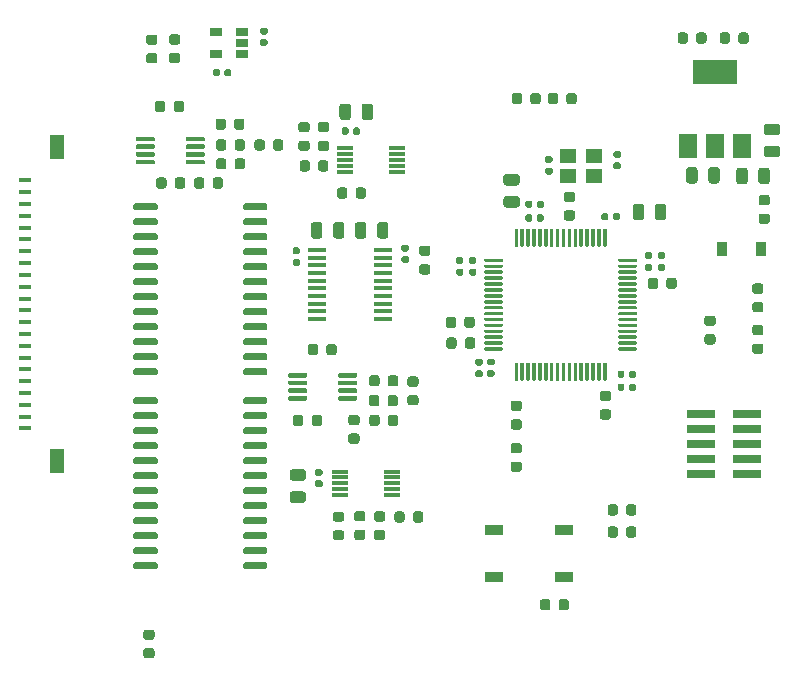
<source format=gbr>
G04 #@! TF.GenerationSoftware,KiCad,Pcbnew,(5.1.6)-1*
G04 #@! TF.CreationDate,2020-06-29T22:16:51+02:00*
G04 #@! TF.ProjectId,SensorArray,53656e73-6f72-4417-9272-61792e6b6963,rev?*
G04 #@! TF.SameCoordinates,Original*
G04 #@! TF.FileFunction,Paste,Top*
G04 #@! TF.FilePolarity,Positive*
%FSLAX46Y46*%
G04 Gerber Fmt 4.6, Leading zero omitted, Abs format (unit mm)*
G04 Created by KiCad (PCBNEW (5.1.6)-1) date 2020-06-29 22:16:51*
%MOMM*%
%LPD*%
G01*
G04 APERTURE LIST*
%ADD10R,1.000000X0.400000*%
%ADD11R,1.300000X2.000000*%
%ADD12R,0.900000X1.200000*%
%ADD13R,1.400000X1.200000*%
%ADD14R,2.400000X0.740000*%
%ADD15R,1.550000X0.850000*%
%ADD16R,3.800000X2.000000*%
%ADD17R,1.500000X2.000000*%
%ADD18R,1.060000X0.650000*%
%ADD19R,1.400000X0.300000*%
%ADD20R,1.600000X0.300000*%
G04 APERTURE END LIST*
G36*
G01*
X72025000Y-39800000D02*
X72175000Y-39800000D01*
G75*
G02*
X72250000Y-39875000I0J-75000D01*
G01*
X72250000Y-41275000D01*
G75*
G02*
X72175000Y-41350000I-75000J0D01*
G01*
X72025000Y-41350000D01*
G75*
G02*
X71950000Y-41275000I0J75000D01*
G01*
X71950000Y-39875000D01*
G75*
G02*
X72025000Y-39800000I75000J0D01*
G01*
G37*
G36*
G01*
X71525000Y-39800000D02*
X71675000Y-39800000D01*
G75*
G02*
X71750000Y-39875000I0J-75000D01*
G01*
X71750000Y-41275000D01*
G75*
G02*
X71675000Y-41350000I-75000J0D01*
G01*
X71525000Y-41350000D01*
G75*
G02*
X71450000Y-41275000I0J75000D01*
G01*
X71450000Y-39875000D01*
G75*
G02*
X71525000Y-39800000I75000J0D01*
G01*
G37*
G36*
G01*
X71025000Y-39800000D02*
X71175000Y-39800000D01*
G75*
G02*
X71250000Y-39875000I0J-75000D01*
G01*
X71250000Y-41275000D01*
G75*
G02*
X71175000Y-41350000I-75000J0D01*
G01*
X71025000Y-41350000D01*
G75*
G02*
X70950000Y-41275000I0J75000D01*
G01*
X70950000Y-39875000D01*
G75*
G02*
X71025000Y-39800000I75000J0D01*
G01*
G37*
G36*
G01*
X70525000Y-39800000D02*
X70675000Y-39800000D01*
G75*
G02*
X70750000Y-39875000I0J-75000D01*
G01*
X70750000Y-41275000D01*
G75*
G02*
X70675000Y-41350000I-75000J0D01*
G01*
X70525000Y-41350000D01*
G75*
G02*
X70450000Y-41275000I0J75000D01*
G01*
X70450000Y-39875000D01*
G75*
G02*
X70525000Y-39800000I75000J0D01*
G01*
G37*
G36*
G01*
X70025000Y-39800000D02*
X70175000Y-39800000D01*
G75*
G02*
X70250000Y-39875000I0J-75000D01*
G01*
X70250000Y-41275000D01*
G75*
G02*
X70175000Y-41350000I-75000J0D01*
G01*
X70025000Y-41350000D01*
G75*
G02*
X69950000Y-41275000I0J75000D01*
G01*
X69950000Y-39875000D01*
G75*
G02*
X70025000Y-39800000I75000J0D01*
G01*
G37*
G36*
G01*
X69525000Y-39800000D02*
X69675000Y-39800000D01*
G75*
G02*
X69750000Y-39875000I0J-75000D01*
G01*
X69750000Y-41275000D01*
G75*
G02*
X69675000Y-41350000I-75000J0D01*
G01*
X69525000Y-41350000D01*
G75*
G02*
X69450000Y-41275000I0J75000D01*
G01*
X69450000Y-39875000D01*
G75*
G02*
X69525000Y-39800000I75000J0D01*
G01*
G37*
G36*
G01*
X69025000Y-39800000D02*
X69175000Y-39800000D01*
G75*
G02*
X69250000Y-39875000I0J-75000D01*
G01*
X69250000Y-41275000D01*
G75*
G02*
X69175000Y-41350000I-75000J0D01*
G01*
X69025000Y-41350000D01*
G75*
G02*
X68950000Y-41275000I0J75000D01*
G01*
X68950000Y-39875000D01*
G75*
G02*
X69025000Y-39800000I75000J0D01*
G01*
G37*
G36*
G01*
X68525000Y-39800000D02*
X68675000Y-39800000D01*
G75*
G02*
X68750000Y-39875000I0J-75000D01*
G01*
X68750000Y-41275000D01*
G75*
G02*
X68675000Y-41350000I-75000J0D01*
G01*
X68525000Y-41350000D01*
G75*
G02*
X68450000Y-41275000I0J75000D01*
G01*
X68450000Y-39875000D01*
G75*
G02*
X68525000Y-39800000I75000J0D01*
G01*
G37*
G36*
G01*
X68025000Y-39800000D02*
X68175000Y-39800000D01*
G75*
G02*
X68250000Y-39875000I0J-75000D01*
G01*
X68250000Y-41275000D01*
G75*
G02*
X68175000Y-41350000I-75000J0D01*
G01*
X68025000Y-41350000D01*
G75*
G02*
X67950000Y-41275000I0J75000D01*
G01*
X67950000Y-39875000D01*
G75*
G02*
X68025000Y-39800000I75000J0D01*
G01*
G37*
G36*
G01*
X67525000Y-39800000D02*
X67675000Y-39800000D01*
G75*
G02*
X67750000Y-39875000I0J-75000D01*
G01*
X67750000Y-41275000D01*
G75*
G02*
X67675000Y-41350000I-75000J0D01*
G01*
X67525000Y-41350000D01*
G75*
G02*
X67450000Y-41275000I0J75000D01*
G01*
X67450000Y-39875000D01*
G75*
G02*
X67525000Y-39800000I75000J0D01*
G01*
G37*
G36*
G01*
X67025000Y-39800000D02*
X67175000Y-39800000D01*
G75*
G02*
X67250000Y-39875000I0J-75000D01*
G01*
X67250000Y-41275000D01*
G75*
G02*
X67175000Y-41350000I-75000J0D01*
G01*
X67025000Y-41350000D01*
G75*
G02*
X66950000Y-41275000I0J75000D01*
G01*
X66950000Y-39875000D01*
G75*
G02*
X67025000Y-39800000I75000J0D01*
G01*
G37*
G36*
G01*
X66525000Y-39800000D02*
X66675000Y-39800000D01*
G75*
G02*
X66750000Y-39875000I0J-75000D01*
G01*
X66750000Y-41275000D01*
G75*
G02*
X66675000Y-41350000I-75000J0D01*
G01*
X66525000Y-41350000D01*
G75*
G02*
X66450000Y-41275000I0J75000D01*
G01*
X66450000Y-39875000D01*
G75*
G02*
X66525000Y-39800000I75000J0D01*
G01*
G37*
G36*
G01*
X66025000Y-39800000D02*
X66175000Y-39800000D01*
G75*
G02*
X66250000Y-39875000I0J-75000D01*
G01*
X66250000Y-41275000D01*
G75*
G02*
X66175000Y-41350000I-75000J0D01*
G01*
X66025000Y-41350000D01*
G75*
G02*
X65950000Y-41275000I0J75000D01*
G01*
X65950000Y-39875000D01*
G75*
G02*
X66025000Y-39800000I75000J0D01*
G01*
G37*
G36*
G01*
X65525000Y-39800000D02*
X65675000Y-39800000D01*
G75*
G02*
X65750000Y-39875000I0J-75000D01*
G01*
X65750000Y-41275000D01*
G75*
G02*
X65675000Y-41350000I-75000J0D01*
G01*
X65525000Y-41350000D01*
G75*
G02*
X65450000Y-41275000I0J75000D01*
G01*
X65450000Y-39875000D01*
G75*
G02*
X65525000Y-39800000I75000J0D01*
G01*
G37*
G36*
G01*
X65025000Y-39800000D02*
X65175000Y-39800000D01*
G75*
G02*
X65250000Y-39875000I0J-75000D01*
G01*
X65250000Y-41275000D01*
G75*
G02*
X65175000Y-41350000I-75000J0D01*
G01*
X65025000Y-41350000D01*
G75*
G02*
X64950000Y-41275000I0J75000D01*
G01*
X64950000Y-39875000D01*
G75*
G02*
X65025000Y-39800000I75000J0D01*
G01*
G37*
G36*
G01*
X64525000Y-39800000D02*
X64675000Y-39800000D01*
G75*
G02*
X64750000Y-39875000I0J-75000D01*
G01*
X64750000Y-41275000D01*
G75*
G02*
X64675000Y-41350000I-75000J0D01*
G01*
X64525000Y-41350000D01*
G75*
G02*
X64450000Y-41275000I0J75000D01*
G01*
X64450000Y-39875000D01*
G75*
G02*
X64525000Y-39800000I75000J0D01*
G01*
G37*
G36*
G01*
X61975000Y-42350000D02*
X63375000Y-42350000D01*
G75*
G02*
X63450000Y-42425000I0J-75000D01*
G01*
X63450000Y-42575000D01*
G75*
G02*
X63375000Y-42650000I-75000J0D01*
G01*
X61975000Y-42650000D01*
G75*
G02*
X61900000Y-42575000I0J75000D01*
G01*
X61900000Y-42425000D01*
G75*
G02*
X61975000Y-42350000I75000J0D01*
G01*
G37*
G36*
G01*
X61975000Y-42850000D02*
X63375000Y-42850000D01*
G75*
G02*
X63450000Y-42925000I0J-75000D01*
G01*
X63450000Y-43075000D01*
G75*
G02*
X63375000Y-43150000I-75000J0D01*
G01*
X61975000Y-43150000D01*
G75*
G02*
X61900000Y-43075000I0J75000D01*
G01*
X61900000Y-42925000D01*
G75*
G02*
X61975000Y-42850000I75000J0D01*
G01*
G37*
G36*
G01*
X61975000Y-43350000D02*
X63375000Y-43350000D01*
G75*
G02*
X63450000Y-43425000I0J-75000D01*
G01*
X63450000Y-43575000D01*
G75*
G02*
X63375000Y-43650000I-75000J0D01*
G01*
X61975000Y-43650000D01*
G75*
G02*
X61900000Y-43575000I0J75000D01*
G01*
X61900000Y-43425000D01*
G75*
G02*
X61975000Y-43350000I75000J0D01*
G01*
G37*
G36*
G01*
X61975000Y-43850000D02*
X63375000Y-43850000D01*
G75*
G02*
X63450000Y-43925000I0J-75000D01*
G01*
X63450000Y-44075000D01*
G75*
G02*
X63375000Y-44150000I-75000J0D01*
G01*
X61975000Y-44150000D01*
G75*
G02*
X61900000Y-44075000I0J75000D01*
G01*
X61900000Y-43925000D01*
G75*
G02*
X61975000Y-43850000I75000J0D01*
G01*
G37*
G36*
G01*
X61975000Y-44350000D02*
X63375000Y-44350000D01*
G75*
G02*
X63450000Y-44425000I0J-75000D01*
G01*
X63450000Y-44575000D01*
G75*
G02*
X63375000Y-44650000I-75000J0D01*
G01*
X61975000Y-44650000D01*
G75*
G02*
X61900000Y-44575000I0J75000D01*
G01*
X61900000Y-44425000D01*
G75*
G02*
X61975000Y-44350000I75000J0D01*
G01*
G37*
G36*
G01*
X61975000Y-44850000D02*
X63375000Y-44850000D01*
G75*
G02*
X63450000Y-44925000I0J-75000D01*
G01*
X63450000Y-45075000D01*
G75*
G02*
X63375000Y-45150000I-75000J0D01*
G01*
X61975000Y-45150000D01*
G75*
G02*
X61900000Y-45075000I0J75000D01*
G01*
X61900000Y-44925000D01*
G75*
G02*
X61975000Y-44850000I75000J0D01*
G01*
G37*
G36*
G01*
X61975000Y-45350000D02*
X63375000Y-45350000D01*
G75*
G02*
X63450000Y-45425000I0J-75000D01*
G01*
X63450000Y-45575000D01*
G75*
G02*
X63375000Y-45650000I-75000J0D01*
G01*
X61975000Y-45650000D01*
G75*
G02*
X61900000Y-45575000I0J75000D01*
G01*
X61900000Y-45425000D01*
G75*
G02*
X61975000Y-45350000I75000J0D01*
G01*
G37*
G36*
G01*
X61975000Y-45850000D02*
X63375000Y-45850000D01*
G75*
G02*
X63450000Y-45925000I0J-75000D01*
G01*
X63450000Y-46075000D01*
G75*
G02*
X63375000Y-46150000I-75000J0D01*
G01*
X61975000Y-46150000D01*
G75*
G02*
X61900000Y-46075000I0J75000D01*
G01*
X61900000Y-45925000D01*
G75*
G02*
X61975000Y-45850000I75000J0D01*
G01*
G37*
G36*
G01*
X61975000Y-46350000D02*
X63375000Y-46350000D01*
G75*
G02*
X63450000Y-46425000I0J-75000D01*
G01*
X63450000Y-46575000D01*
G75*
G02*
X63375000Y-46650000I-75000J0D01*
G01*
X61975000Y-46650000D01*
G75*
G02*
X61900000Y-46575000I0J75000D01*
G01*
X61900000Y-46425000D01*
G75*
G02*
X61975000Y-46350000I75000J0D01*
G01*
G37*
G36*
G01*
X61975000Y-46850000D02*
X63375000Y-46850000D01*
G75*
G02*
X63450000Y-46925000I0J-75000D01*
G01*
X63450000Y-47075000D01*
G75*
G02*
X63375000Y-47150000I-75000J0D01*
G01*
X61975000Y-47150000D01*
G75*
G02*
X61900000Y-47075000I0J75000D01*
G01*
X61900000Y-46925000D01*
G75*
G02*
X61975000Y-46850000I75000J0D01*
G01*
G37*
G36*
G01*
X61975000Y-47350000D02*
X63375000Y-47350000D01*
G75*
G02*
X63450000Y-47425000I0J-75000D01*
G01*
X63450000Y-47575000D01*
G75*
G02*
X63375000Y-47650000I-75000J0D01*
G01*
X61975000Y-47650000D01*
G75*
G02*
X61900000Y-47575000I0J75000D01*
G01*
X61900000Y-47425000D01*
G75*
G02*
X61975000Y-47350000I75000J0D01*
G01*
G37*
G36*
G01*
X61975000Y-47850000D02*
X63375000Y-47850000D01*
G75*
G02*
X63450000Y-47925000I0J-75000D01*
G01*
X63450000Y-48075000D01*
G75*
G02*
X63375000Y-48150000I-75000J0D01*
G01*
X61975000Y-48150000D01*
G75*
G02*
X61900000Y-48075000I0J75000D01*
G01*
X61900000Y-47925000D01*
G75*
G02*
X61975000Y-47850000I75000J0D01*
G01*
G37*
G36*
G01*
X61975000Y-48350000D02*
X63375000Y-48350000D01*
G75*
G02*
X63450000Y-48425000I0J-75000D01*
G01*
X63450000Y-48575000D01*
G75*
G02*
X63375000Y-48650000I-75000J0D01*
G01*
X61975000Y-48650000D01*
G75*
G02*
X61900000Y-48575000I0J75000D01*
G01*
X61900000Y-48425000D01*
G75*
G02*
X61975000Y-48350000I75000J0D01*
G01*
G37*
G36*
G01*
X61975000Y-48850000D02*
X63375000Y-48850000D01*
G75*
G02*
X63450000Y-48925000I0J-75000D01*
G01*
X63450000Y-49075000D01*
G75*
G02*
X63375000Y-49150000I-75000J0D01*
G01*
X61975000Y-49150000D01*
G75*
G02*
X61900000Y-49075000I0J75000D01*
G01*
X61900000Y-48925000D01*
G75*
G02*
X61975000Y-48850000I75000J0D01*
G01*
G37*
G36*
G01*
X61975000Y-49350000D02*
X63375000Y-49350000D01*
G75*
G02*
X63450000Y-49425000I0J-75000D01*
G01*
X63450000Y-49575000D01*
G75*
G02*
X63375000Y-49650000I-75000J0D01*
G01*
X61975000Y-49650000D01*
G75*
G02*
X61900000Y-49575000I0J75000D01*
G01*
X61900000Y-49425000D01*
G75*
G02*
X61975000Y-49350000I75000J0D01*
G01*
G37*
G36*
G01*
X61975000Y-49850000D02*
X63375000Y-49850000D01*
G75*
G02*
X63450000Y-49925000I0J-75000D01*
G01*
X63450000Y-50075000D01*
G75*
G02*
X63375000Y-50150000I-75000J0D01*
G01*
X61975000Y-50150000D01*
G75*
G02*
X61900000Y-50075000I0J75000D01*
G01*
X61900000Y-49925000D01*
G75*
G02*
X61975000Y-49850000I75000J0D01*
G01*
G37*
G36*
G01*
X64525000Y-51150000D02*
X64675000Y-51150000D01*
G75*
G02*
X64750000Y-51225000I0J-75000D01*
G01*
X64750000Y-52625000D01*
G75*
G02*
X64675000Y-52700000I-75000J0D01*
G01*
X64525000Y-52700000D01*
G75*
G02*
X64450000Y-52625000I0J75000D01*
G01*
X64450000Y-51225000D01*
G75*
G02*
X64525000Y-51150000I75000J0D01*
G01*
G37*
G36*
G01*
X65025000Y-51150000D02*
X65175000Y-51150000D01*
G75*
G02*
X65250000Y-51225000I0J-75000D01*
G01*
X65250000Y-52625000D01*
G75*
G02*
X65175000Y-52700000I-75000J0D01*
G01*
X65025000Y-52700000D01*
G75*
G02*
X64950000Y-52625000I0J75000D01*
G01*
X64950000Y-51225000D01*
G75*
G02*
X65025000Y-51150000I75000J0D01*
G01*
G37*
G36*
G01*
X65525000Y-51150000D02*
X65675000Y-51150000D01*
G75*
G02*
X65750000Y-51225000I0J-75000D01*
G01*
X65750000Y-52625000D01*
G75*
G02*
X65675000Y-52700000I-75000J0D01*
G01*
X65525000Y-52700000D01*
G75*
G02*
X65450000Y-52625000I0J75000D01*
G01*
X65450000Y-51225000D01*
G75*
G02*
X65525000Y-51150000I75000J0D01*
G01*
G37*
G36*
G01*
X66025000Y-51150000D02*
X66175000Y-51150000D01*
G75*
G02*
X66250000Y-51225000I0J-75000D01*
G01*
X66250000Y-52625000D01*
G75*
G02*
X66175000Y-52700000I-75000J0D01*
G01*
X66025000Y-52700000D01*
G75*
G02*
X65950000Y-52625000I0J75000D01*
G01*
X65950000Y-51225000D01*
G75*
G02*
X66025000Y-51150000I75000J0D01*
G01*
G37*
G36*
G01*
X66525000Y-51150000D02*
X66675000Y-51150000D01*
G75*
G02*
X66750000Y-51225000I0J-75000D01*
G01*
X66750000Y-52625000D01*
G75*
G02*
X66675000Y-52700000I-75000J0D01*
G01*
X66525000Y-52700000D01*
G75*
G02*
X66450000Y-52625000I0J75000D01*
G01*
X66450000Y-51225000D01*
G75*
G02*
X66525000Y-51150000I75000J0D01*
G01*
G37*
G36*
G01*
X67025000Y-51150000D02*
X67175000Y-51150000D01*
G75*
G02*
X67250000Y-51225000I0J-75000D01*
G01*
X67250000Y-52625000D01*
G75*
G02*
X67175000Y-52700000I-75000J0D01*
G01*
X67025000Y-52700000D01*
G75*
G02*
X66950000Y-52625000I0J75000D01*
G01*
X66950000Y-51225000D01*
G75*
G02*
X67025000Y-51150000I75000J0D01*
G01*
G37*
G36*
G01*
X67525000Y-51150000D02*
X67675000Y-51150000D01*
G75*
G02*
X67750000Y-51225000I0J-75000D01*
G01*
X67750000Y-52625000D01*
G75*
G02*
X67675000Y-52700000I-75000J0D01*
G01*
X67525000Y-52700000D01*
G75*
G02*
X67450000Y-52625000I0J75000D01*
G01*
X67450000Y-51225000D01*
G75*
G02*
X67525000Y-51150000I75000J0D01*
G01*
G37*
G36*
G01*
X68025000Y-51150000D02*
X68175000Y-51150000D01*
G75*
G02*
X68250000Y-51225000I0J-75000D01*
G01*
X68250000Y-52625000D01*
G75*
G02*
X68175000Y-52700000I-75000J0D01*
G01*
X68025000Y-52700000D01*
G75*
G02*
X67950000Y-52625000I0J75000D01*
G01*
X67950000Y-51225000D01*
G75*
G02*
X68025000Y-51150000I75000J0D01*
G01*
G37*
G36*
G01*
X68525000Y-51150000D02*
X68675000Y-51150000D01*
G75*
G02*
X68750000Y-51225000I0J-75000D01*
G01*
X68750000Y-52625000D01*
G75*
G02*
X68675000Y-52700000I-75000J0D01*
G01*
X68525000Y-52700000D01*
G75*
G02*
X68450000Y-52625000I0J75000D01*
G01*
X68450000Y-51225000D01*
G75*
G02*
X68525000Y-51150000I75000J0D01*
G01*
G37*
G36*
G01*
X69025000Y-51150000D02*
X69175000Y-51150000D01*
G75*
G02*
X69250000Y-51225000I0J-75000D01*
G01*
X69250000Y-52625000D01*
G75*
G02*
X69175000Y-52700000I-75000J0D01*
G01*
X69025000Y-52700000D01*
G75*
G02*
X68950000Y-52625000I0J75000D01*
G01*
X68950000Y-51225000D01*
G75*
G02*
X69025000Y-51150000I75000J0D01*
G01*
G37*
G36*
G01*
X69525000Y-51150000D02*
X69675000Y-51150000D01*
G75*
G02*
X69750000Y-51225000I0J-75000D01*
G01*
X69750000Y-52625000D01*
G75*
G02*
X69675000Y-52700000I-75000J0D01*
G01*
X69525000Y-52700000D01*
G75*
G02*
X69450000Y-52625000I0J75000D01*
G01*
X69450000Y-51225000D01*
G75*
G02*
X69525000Y-51150000I75000J0D01*
G01*
G37*
G36*
G01*
X70025000Y-51150000D02*
X70175000Y-51150000D01*
G75*
G02*
X70250000Y-51225000I0J-75000D01*
G01*
X70250000Y-52625000D01*
G75*
G02*
X70175000Y-52700000I-75000J0D01*
G01*
X70025000Y-52700000D01*
G75*
G02*
X69950000Y-52625000I0J75000D01*
G01*
X69950000Y-51225000D01*
G75*
G02*
X70025000Y-51150000I75000J0D01*
G01*
G37*
G36*
G01*
X70525000Y-51150000D02*
X70675000Y-51150000D01*
G75*
G02*
X70750000Y-51225000I0J-75000D01*
G01*
X70750000Y-52625000D01*
G75*
G02*
X70675000Y-52700000I-75000J0D01*
G01*
X70525000Y-52700000D01*
G75*
G02*
X70450000Y-52625000I0J75000D01*
G01*
X70450000Y-51225000D01*
G75*
G02*
X70525000Y-51150000I75000J0D01*
G01*
G37*
G36*
G01*
X71025000Y-51150000D02*
X71175000Y-51150000D01*
G75*
G02*
X71250000Y-51225000I0J-75000D01*
G01*
X71250000Y-52625000D01*
G75*
G02*
X71175000Y-52700000I-75000J0D01*
G01*
X71025000Y-52700000D01*
G75*
G02*
X70950000Y-52625000I0J75000D01*
G01*
X70950000Y-51225000D01*
G75*
G02*
X71025000Y-51150000I75000J0D01*
G01*
G37*
G36*
G01*
X71525000Y-51150000D02*
X71675000Y-51150000D01*
G75*
G02*
X71750000Y-51225000I0J-75000D01*
G01*
X71750000Y-52625000D01*
G75*
G02*
X71675000Y-52700000I-75000J0D01*
G01*
X71525000Y-52700000D01*
G75*
G02*
X71450000Y-52625000I0J75000D01*
G01*
X71450000Y-51225000D01*
G75*
G02*
X71525000Y-51150000I75000J0D01*
G01*
G37*
G36*
G01*
X72025000Y-51150000D02*
X72175000Y-51150000D01*
G75*
G02*
X72250000Y-51225000I0J-75000D01*
G01*
X72250000Y-52625000D01*
G75*
G02*
X72175000Y-52700000I-75000J0D01*
G01*
X72025000Y-52700000D01*
G75*
G02*
X71950000Y-52625000I0J75000D01*
G01*
X71950000Y-51225000D01*
G75*
G02*
X72025000Y-51150000I75000J0D01*
G01*
G37*
G36*
G01*
X73325000Y-49850000D02*
X74725000Y-49850000D01*
G75*
G02*
X74800000Y-49925000I0J-75000D01*
G01*
X74800000Y-50075000D01*
G75*
G02*
X74725000Y-50150000I-75000J0D01*
G01*
X73325000Y-50150000D01*
G75*
G02*
X73250000Y-50075000I0J75000D01*
G01*
X73250000Y-49925000D01*
G75*
G02*
X73325000Y-49850000I75000J0D01*
G01*
G37*
G36*
G01*
X73325000Y-49350000D02*
X74725000Y-49350000D01*
G75*
G02*
X74800000Y-49425000I0J-75000D01*
G01*
X74800000Y-49575000D01*
G75*
G02*
X74725000Y-49650000I-75000J0D01*
G01*
X73325000Y-49650000D01*
G75*
G02*
X73250000Y-49575000I0J75000D01*
G01*
X73250000Y-49425000D01*
G75*
G02*
X73325000Y-49350000I75000J0D01*
G01*
G37*
G36*
G01*
X73325000Y-48850000D02*
X74725000Y-48850000D01*
G75*
G02*
X74800000Y-48925000I0J-75000D01*
G01*
X74800000Y-49075000D01*
G75*
G02*
X74725000Y-49150000I-75000J0D01*
G01*
X73325000Y-49150000D01*
G75*
G02*
X73250000Y-49075000I0J75000D01*
G01*
X73250000Y-48925000D01*
G75*
G02*
X73325000Y-48850000I75000J0D01*
G01*
G37*
G36*
G01*
X73325000Y-48350000D02*
X74725000Y-48350000D01*
G75*
G02*
X74800000Y-48425000I0J-75000D01*
G01*
X74800000Y-48575000D01*
G75*
G02*
X74725000Y-48650000I-75000J0D01*
G01*
X73325000Y-48650000D01*
G75*
G02*
X73250000Y-48575000I0J75000D01*
G01*
X73250000Y-48425000D01*
G75*
G02*
X73325000Y-48350000I75000J0D01*
G01*
G37*
G36*
G01*
X73325000Y-47850000D02*
X74725000Y-47850000D01*
G75*
G02*
X74800000Y-47925000I0J-75000D01*
G01*
X74800000Y-48075000D01*
G75*
G02*
X74725000Y-48150000I-75000J0D01*
G01*
X73325000Y-48150000D01*
G75*
G02*
X73250000Y-48075000I0J75000D01*
G01*
X73250000Y-47925000D01*
G75*
G02*
X73325000Y-47850000I75000J0D01*
G01*
G37*
G36*
G01*
X73325000Y-47350000D02*
X74725000Y-47350000D01*
G75*
G02*
X74800000Y-47425000I0J-75000D01*
G01*
X74800000Y-47575000D01*
G75*
G02*
X74725000Y-47650000I-75000J0D01*
G01*
X73325000Y-47650000D01*
G75*
G02*
X73250000Y-47575000I0J75000D01*
G01*
X73250000Y-47425000D01*
G75*
G02*
X73325000Y-47350000I75000J0D01*
G01*
G37*
G36*
G01*
X73325000Y-46850000D02*
X74725000Y-46850000D01*
G75*
G02*
X74800000Y-46925000I0J-75000D01*
G01*
X74800000Y-47075000D01*
G75*
G02*
X74725000Y-47150000I-75000J0D01*
G01*
X73325000Y-47150000D01*
G75*
G02*
X73250000Y-47075000I0J75000D01*
G01*
X73250000Y-46925000D01*
G75*
G02*
X73325000Y-46850000I75000J0D01*
G01*
G37*
G36*
G01*
X73325000Y-46350000D02*
X74725000Y-46350000D01*
G75*
G02*
X74800000Y-46425000I0J-75000D01*
G01*
X74800000Y-46575000D01*
G75*
G02*
X74725000Y-46650000I-75000J0D01*
G01*
X73325000Y-46650000D01*
G75*
G02*
X73250000Y-46575000I0J75000D01*
G01*
X73250000Y-46425000D01*
G75*
G02*
X73325000Y-46350000I75000J0D01*
G01*
G37*
G36*
G01*
X73325000Y-45850000D02*
X74725000Y-45850000D01*
G75*
G02*
X74800000Y-45925000I0J-75000D01*
G01*
X74800000Y-46075000D01*
G75*
G02*
X74725000Y-46150000I-75000J0D01*
G01*
X73325000Y-46150000D01*
G75*
G02*
X73250000Y-46075000I0J75000D01*
G01*
X73250000Y-45925000D01*
G75*
G02*
X73325000Y-45850000I75000J0D01*
G01*
G37*
G36*
G01*
X73325000Y-45350000D02*
X74725000Y-45350000D01*
G75*
G02*
X74800000Y-45425000I0J-75000D01*
G01*
X74800000Y-45575000D01*
G75*
G02*
X74725000Y-45650000I-75000J0D01*
G01*
X73325000Y-45650000D01*
G75*
G02*
X73250000Y-45575000I0J75000D01*
G01*
X73250000Y-45425000D01*
G75*
G02*
X73325000Y-45350000I75000J0D01*
G01*
G37*
G36*
G01*
X73325000Y-44850000D02*
X74725000Y-44850000D01*
G75*
G02*
X74800000Y-44925000I0J-75000D01*
G01*
X74800000Y-45075000D01*
G75*
G02*
X74725000Y-45150000I-75000J0D01*
G01*
X73325000Y-45150000D01*
G75*
G02*
X73250000Y-45075000I0J75000D01*
G01*
X73250000Y-44925000D01*
G75*
G02*
X73325000Y-44850000I75000J0D01*
G01*
G37*
G36*
G01*
X73325000Y-44350000D02*
X74725000Y-44350000D01*
G75*
G02*
X74800000Y-44425000I0J-75000D01*
G01*
X74800000Y-44575000D01*
G75*
G02*
X74725000Y-44650000I-75000J0D01*
G01*
X73325000Y-44650000D01*
G75*
G02*
X73250000Y-44575000I0J75000D01*
G01*
X73250000Y-44425000D01*
G75*
G02*
X73325000Y-44350000I75000J0D01*
G01*
G37*
G36*
G01*
X73325000Y-43850000D02*
X74725000Y-43850000D01*
G75*
G02*
X74800000Y-43925000I0J-75000D01*
G01*
X74800000Y-44075000D01*
G75*
G02*
X74725000Y-44150000I-75000J0D01*
G01*
X73325000Y-44150000D01*
G75*
G02*
X73250000Y-44075000I0J75000D01*
G01*
X73250000Y-43925000D01*
G75*
G02*
X73325000Y-43850000I75000J0D01*
G01*
G37*
G36*
G01*
X73325000Y-43350000D02*
X74725000Y-43350000D01*
G75*
G02*
X74800000Y-43425000I0J-75000D01*
G01*
X74800000Y-43575000D01*
G75*
G02*
X74725000Y-43650000I-75000J0D01*
G01*
X73325000Y-43650000D01*
G75*
G02*
X73250000Y-43575000I0J75000D01*
G01*
X73250000Y-43425000D01*
G75*
G02*
X73325000Y-43350000I75000J0D01*
G01*
G37*
G36*
G01*
X73325000Y-42850000D02*
X74725000Y-42850000D01*
G75*
G02*
X74800000Y-42925000I0J-75000D01*
G01*
X74800000Y-43075000D01*
G75*
G02*
X74725000Y-43150000I-75000J0D01*
G01*
X73325000Y-43150000D01*
G75*
G02*
X73250000Y-43075000I0J75000D01*
G01*
X73250000Y-42925000D01*
G75*
G02*
X73325000Y-42850000I75000J0D01*
G01*
G37*
G36*
G01*
X73325000Y-42350000D02*
X74725000Y-42350000D01*
G75*
G02*
X74800000Y-42425000I0J-75000D01*
G01*
X74800000Y-42575000D01*
G75*
G02*
X74725000Y-42650000I-75000J0D01*
G01*
X73325000Y-42650000D01*
G75*
G02*
X73250000Y-42575000I0J75000D01*
G01*
X73250000Y-42425000D01*
G75*
G02*
X73325000Y-42350000I75000J0D01*
G01*
G37*
D10*
X23015000Y-35725000D03*
X23015000Y-36725000D03*
X23015000Y-37725000D03*
X23015000Y-38725000D03*
X23015000Y-39725000D03*
X23015000Y-40725000D03*
X23015000Y-41725000D03*
X23015000Y-42725000D03*
X23015000Y-43725000D03*
X23015000Y-44725000D03*
X23015000Y-45725000D03*
X23015000Y-46725000D03*
X23015000Y-47725000D03*
X23015000Y-48725000D03*
X23015000Y-49725000D03*
X23015000Y-50725000D03*
X23015000Y-51725000D03*
X23015000Y-52725000D03*
X23015000Y-53725000D03*
X23015000Y-54725000D03*
X23015000Y-55725000D03*
X23015000Y-56725000D03*
D11*
X25715000Y-32925000D03*
X25715000Y-59525000D03*
G36*
G01*
X74462500Y-38856250D02*
X74462500Y-37943750D01*
G75*
G02*
X74706250Y-37700000I243750J0D01*
G01*
X75193750Y-37700000D01*
G75*
G02*
X75437500Y-37943750I0J-243750D01*
G01*
X75437500Y-38856250D01*
G75*
G02*
X75193750Y-39100000I-243750J0D01*
G01*
X74706250Y-39100000D01*
G75*
G02*
X74462500Y-38856250I0J243750D01*
G01*
G37*
G36*
G01*
X76337500Y-38856250D02*
X76337500Y-37943750D01*
G75*
G02*
X76581250Y-37700000I243750J0D01*
G01*
X77068750Y-37700000D01*
G75*
G02*
X77312500Y-37943750I0J-243750D01*
G01*
X77312500Y-38856250D01*
G75*
G02*
X77068750Y-39100000I-243750J0D01*
G01*
X76581250Y-39100000D01*
G75*
G02*
X76337500Y-38856250I0J243750D01*
G01*
G37*
G36*
G01*
X71805000Y-38972500D02*
X71805000Y-38627500D01*
G75*
G02*
X71952500Y-38480000I147500J0D01*
G01*
X72247500Y-38480000D01*
G75*
G02*
X72395000Y-38627500I0J-147500D01*
G01*
X72395000Y-38972500D01*
G75*
G02*
X72247500Y-39120000I-147500J0D01*
G01*
X71952500Y-39120000D01*
G75*
G02*
X71805000Y-38972500I0J147500D01*
G01*
G37*
G36*
G01*
X72775000Y-38972500D02*
X72775000Y-38627500D01*
G75*
G02*
X72922500Y-38480000I147500J0D01*
G01*
X73217500Y-38480000D01*
G75*
G02*
X73365000Y-38627500I0J-147500D01*
G01*
X73365000Y-38972500D01*
G75*
G02*
X73217500Y-39120000I-147500J0D01*
G01*
X72922500Y-39120000D01*
G75*
G02*
X72775000Y-38972500I0J147500D01*
G01*
G37*
G36*
G01*
X61072500Y-43780000D02*
X60727500Y-43780000D01*
G75*
G02*
X60580000Y-43632500I0J147500D01*
G01*
X60580000Y-43337500D01*
G75*
G02*
X60727500Y-43190000I147500J0D01*
G01*
X61072500Y-43190000D01*
G75*
G02*
X61220000Y-43337500I0J-147500D01*
G01*
X61220000Y-43632500D01*
G75*
G02*
X61072500Y-43780000I-147500J0D01*
G01*
G37*
G36*
G01*
X61072500Y-42810000D02*
X60727500Y-42810000D01*
G75*
G02*
X60580000Y-42662500I0J147500D01*
G01*
X60580000Y-42367500D01*
G75*
G02*
X60727500Y-42220000I147500J0D01*
G01*
X61072500Y-42220000D01*
G75*
G02*
X61220000Y-42367500I0J-147500D01*
G01*
X61220000Y-42662500D01*
G75*
G02*
X61072500Y-42810000I-147500J0D01*
G01*
G37*
G36*
G01*
X59972500Y-42810000D02*
X59627500Y-42810000D01*
G75*
G02*
X59480000Y-42662500I0J147500D01*
G01*
X59480000Y-42367500D01*
G75*
G02*
X59627500Y-42220000I147500J0D01*
G01*
X59972500Y-42220000D01*
G75*
G02*
X60120000Y-42367500I0J-147500D01*
G01*
X60120000Y-42662500D01*
G75*
G02*
X59972500Y-42810000I-147500J0D01*
G01*
G37*
G36*
G01*
X59972500Y-43780000D02*
X59627500Y-43780000D01*
G75*
G02*
X59480000Y-43632500I0J147500D01*
G01*
X59480000Y-43337500D01*
G75*
G02*
X59627500Y-43190000I147500J0D01*
G01*
X59972500Y-43190000D01*
G75*
G02*
X60120000Y-43337500I0J-147500D01*
G01*
X60120000Y-43632500D01*
G75*
G02*
X59972500Y-43780000I-147500J0D01*
G01*
G37*
G36*
G01*
X62277500Y-51775000D02*
X62622500Y-51775000D01*
G75*
G02*
X62770000Y-51922500I0J-147500D01*
G01*
X62770000Y-52217500D01*
G75*
G02*
X62622500Y-52365000I-147500J0D01*
G01*
X62277500Y-52365000D01*
G75*
G02*
X62130000Y-52217500I0J147500D01*
G01*
X62130000Y-51922500D01*
G75*
G02*
X62277500Y-51775000I147500J0D01*
G01*
G37*
G36*
G01*
X62277500Y-50805000D02*
X62622500Y-50805000D01*
G75*
G02*
X62770000Y-50952500I0J-147500D01*
G01*
X62770000Y-51247500D01*
G75*
G02*
X62622500Y-51395000I-147500J0D01*
G01*
X62277500Y-51395000D01*
G75*
G02*
X62130000Y-51247500I0J147500D01*
G01*
X62130000Y-50952500D01*
G75*
G02*
X62277500Y-50805000I147500J0D01*
G01*
G37*
G36*
G01*
X61277500Y-51805000D02*
X61622500Y-51805000D01*
G75*
G02*
X61770000Y-51952500I0J-147500D01*
G01*
X61770000Y-52247500D01*
G75*
G02*
X61622500Y-52395000I-147500J0D01*
G01*
X61277500Y-52395000D01*
G75*
G02*
X61130000Y-52247500I0J147500D01*
G01*
X61130000Y-51952500D01*
G75*
G02*
X61277500Y-51805000I147500J0D01*
G01*
G37*
G36*
G01*
X61277500Y-50835000D02*
X61622500Y-50835000D01*
G75*
G02*
X61770000Y-50982500I0J-147500D01*
G01*
X61770000Y-51277500D01*
G75*
G02*
X61622500Y-51425000I-147500J0D01*
G01*
X61277500Y-51425000D01*
G75*
G02*
X61130000Y-51277500I0J147500D01*
G01*
X61130000Y-50982500D01*
G75*
G02*
X61277500Y-50835000I147500J0D01*
G01*
G37*
G36*
G01*
X74140000Y-52322500D02*
X74140000Y-51977500D01*
G75*
G02*
X74287500Y-51830000I147500J0D01*
G01*
X74582500Y-51830000D01*
G75*
G02*
X74730000Y-51977500I0J-147500D01*
G01*
X74730000Y-52322500D01*
G75*
G02*
X74582500Y-52470000I-147500J0D01*
G01*
X74287500Y-52470000D01*
G75*
G02*
X74140000Y-52322500I0J147500D01*
G01*
G37*
G36*
G01*
X73170000Y-52322500D02*
X73170000Y-51977500D01*
G75*
G02*
X73317500Y-51830000I147500J0D01*
G01*
X73612500Y-51830000D01*
G75*
G02*
X73760000Y-51977500I0J-147500D01*
G01*
X73760000Y-52322500D01*
G75*
G02*
X73612500Y-52470000I-147500J0D01*
G01*
X73317500Y-52470000D01*
G75*
G02*
X73170000Y-52322500I0J147500D01*
G01*
G37*
G36*
G01*
X73170000Y-53422500D02*
X73170000Y-53077500D01*
G75*
G02*
X73317500Y-52930000I147500J0D01*
G01*
X73612500Y-52930000D01*
G75*
G02*
X73760000Y-53077500I0J-147500D01*
G01*
X73760000Y-53422500D01*
G75*
G02*
X73612500Y-53570000I-147500J0D01*
G01*
X73317500Y-53570000D01*
G75*
G02*
X73170000Y-53422500I0J147500D01*
G01*
G37*
G36*
G01*
X74140000Y-53422500D02*
X74140000Y-53077500D01*
G75*
G02*
X74287500Y-52930000I147500J0D01*
G01*
X74582500Y-52930000D01*
G75*
G02*
X74730000Y-53077500I0J-147500D01*
G01*
X74730000Y-53422500D01*
G75*
G02*
X74582500Y-53570000I-147500J0D01*
G01*
X74287500Y-53570000D01*
G75*
G02*
X74140000Y-53422500I0J147500D01*
G01*
G37*
G36*
G01*
X75627500Y-42790000D02*
X75972500Y-42790000D01*
G75*
G02*
X76120000Y-42937500I0J-147500D01*
G01*
X76120000Y-43232500D01*
G75*
G02*
X75972500Y-43380000I-147500J0D01*
G01*
X75627500Y-43380000D01*
G75*
G02*
X75480000Y-43232500I0J147500D01*
G01*
X75480000Y-42937500D01*
G75*
G02*
X75627500Y-42790000I147500J0D01*
G01*
G37*
G36*
G01*
X75627500Y-41820000D02*
X75972500Y-41820000D01*
G75*
G02*
X76120000Y-41967500I0J-147500D01*
G01*
X76120000Y-42262500D01*
G75*
G02*
X75972500Y-42410000I-147500J0D01*
G01*
X75627500Y-42410000D01*
G75*
G02*
X75480000Y-42262500I0J147500D01*
G01*
X75480000Y-41967500D01*
G75*
G02*
X75627500Y-41820000I147500J0D01*
G01*
G37*
G36*
G01*
X76727500Y-41820000D02*
X77072500Y-41820000D01*
G75*
G02*
X77220000Y-41967500I0J-147500D01*
G01*
X77220000Y-42262500D01*
G75*
G02*
X77072500Y-42410000I-147500J0D01*
G01*
X76727500Y-42410000D01*
G75*
G02*
X76580000Y-42262500I0J147500D01*
G01*
X76580000Y-41967500D01*
G75*
G02*
X76727500Y-41820000I147500J0D01*
G01*
G37*
G36*
G01*
X76727500Y-42790000D02*
X77072500Y-42790000D01*
G75*
G02*
X77220000Y-42937500I0J-147500D01*
G01*
X77220000Y-43232500D01*
G75*
G02*
X77072500Y-43380000I-147500J0D01*
G01*
X76727500Y-43380000D01*
G75*
G02*
X76580000Y-43232500I0J147500D01*
G01*
X76580000Y-42937500D01*
G75*
G02*
X76727500Y-42790000I147500J0D01*
G01*
G37*
G36*
G01*
X59550000Y-49243750D02*
X59550000Y-49756250D01*
G75*
G02*
X59331250Y-49975000I-218750J0D01*
G01*
X58893750Y-49975000D01*
G75*
G02*
X58675000Y-49756250I0J218750D01*
G01*
X58675000Y-49243750D01*
G75*
G02*
X58893750Y-49025000I218750J0D01*
G01*
X59331250Y-49025000D01*
G75*
G02*
X59550000Y-49243750I0J-218750D01*
G01*
G37*
G36*
G01*
X61125000Y-49243750D02*
X61125000Y-49756250D01*
G75*
G02*
X60906250Y-49975000I-218750J0D01*
G01*
X60468750Y-49975000D01*
G75*
G02*
X60250000Y-49756250I0J218750D01*
G01*
X60250000Y-49243750D01*
G75*
G02*
X60468750Y-49025000I218750J0D01*
G01*
X60906250Y-49025000D01*
G75*
G02*
X61125000Y-49243750I0J-218750D01*
G01*
G37*
G36*
G01*
X71893750Y-53525000D02*
X72406250Y-53525000D01*
G75*
G02*
X72625000Y-53743750I0J-218750D01*
G01*
X72625000Y-54181250D01*
G75*
G02*
X72406250Y-54400000I-218750J0D01*
G01*
X71893750Y-54400000D01*
G75*
G02*
X71675000Y-54181250I0J218750D01*
G01*
X71675000Y-53743750D01*
G75*
G02*
X71893750Y-53525000I218750J0D01*
G01*
G37*
G36*
G01*
X71893750Y-55100000D02*
X72406250Y-55100000D01*
G75*
G02*
X72625000Y-55318750I0J-218750D01*
G01*
X72625000Y-55756250D01*
G75*
G02*
X72406250Y-55975000I-218750J0D01*
G01*
X71893750Y-55975000D01*
G75*
G02*
X71675000Y-55756250I0J218750D01*
G01*
X71675000Y-55318750D01*
G75*
G02*
X71893750Y-55100000I218750J0D01*
G01*
G37*
G36*
G01*
X72977500Y-34205000D02*
X73322500Y-34205000D01*
G75*
G02*
X73470000Y-34352500I0J-147500D01*
G01*
X73470000Y-34647500D01*
G75*
G02*
X73322500Y-34795000I-147500J0D01*
G01*
X72977500Y-34795000D01*
G75*
G02*
X72830000Y-34647500I0J147500D01*
G01*
X72830000Y-34352500D01*
G75*
G02*
X72977500Y-34205000I147500J0D01*
G01*
G37*
G36*
G01*
X72977500Y-33235000D02*
X73322500Y-33235000D01*
G75*
G02*
X73470000Y-33382500I0J-147500D01*
G01*
X73470000Y-33677500D01*
G75*
G02*
X73322500Y-33825000I-147500J0D01*
G01*
X72977500Y-33825000D01*
G75*
G02*
X72830000Y-33677500I0J147500D01*
G01*
X72830000Y-33382500D01*
G75*
G02*
X72977500Y-33235000I147500J0D01*
G01*
G37*
G36*
G01*
X67522500Y-35230000D02*
X67177500Y-35230000D01*
G75*
G02*
X67030000Y-35082500I0J147500D01*
G01*
X67030000Y-34787500D01*
G75*
G02*
X67177500Y-34640000I147500J0D01*
G01*
X67522500Y-34640000D01*
G75*
G02*
X67670000Y-34787500I0J-147500D01*
G01*
X67670000Y-35082500D01*
G75*
G02*
X67522500Y-35230000I-147500J0D01*
G01*
G37*
G36*
G01*
X67522500Y-34260000D02*
X67177500Y-34260000D01*
G75*
G02*
X67030000Y-34112500I0J147500D01*
G01*
X67030000Y-33817500D01*
G75*
G02*
X67177500Y-33670000I147500J0D01*
G01*
X67522500Y-33670000D01*
G75*
G02*
X67670000Y-33817500I0J-147500D01*
G01*
X67670000Y-34112500D01*
G75*
G02*
X67522500Y-34260000I-147500J0D01*
G01*
G37*
G36*
G01*
X86706250Y-31900000D02*
X85793750Y-31900000D01*
G75*
G02*
X85550000Y-31656250I0J243750D01*
G01*
X85550000Y-31168750D01*
G75*
G02*
X85793750Y-30925000I243750J0D01*
G01*
X86706250Y-30925000D01*
G75*
G02*
X86950000Y-31168750I0J-243750D01*
G01*
X86950000Y-31656250D01*
G75*
G02*
X86706250Y-31900000I-243750J0D01*
G01*
G37*
G36*
G01*
X86706250Y-33775000D02*
X85793750Y-33775000D01*
G75*
G02*
X85550000Y-33531250I0J243750D01*
G01*
X85550000Y-33043750D01*
G75*
G02*
X85793750Y-32800000I243750J0D01*
G01*
X86706250Y-32800000D01*
G75*
G02*
X86950000Y-33043750I0J-243750D01*
G01*
X86950000Y-33531250D01*
G75*
G02*
X86706250Y-33775000I-243750J0D01*
G01*
G37*
G36*
G01*
X81825000Y-34843750D02*
X81825000Y-35756250D01*
G75*
G02*
X81581250Y-36000000I-243750J0D01*
G01*
X81093750Y-36000000D01*
G75*
G02*
X80850000Y-35756250I0J243750D01*
G01*
X80850000Y-34843750D01*
G75*
G02*
X81093750Y-34600000I243750J0D01*
G01*
X81581250Y-34600000D01*
G75*
G02*
X81825000Y-34843750I0J-243750D01*
G01*
G37*
G36*
G01*
X79950000Y-34843750D02*
X79950000Y-35756250D01*
G75*
G02*
X79706250Y-36000000I-243750J0D01*
G01*
X79218750Y-36000000D01*
G75*
G02*
X78975000Y-35756250I0J243750D01*
G01*
X78975000Y-34843750D01*
G75*
G02*
X79218750Y-34600000I243750J0D01*
G01*
X79706250Y-34600000D01*
G75*
G02*
X79950000Y-34843750I0J-243750D01*
G01*
G37*
G36*
G01*
X66340000Y-37922500D02*
X66340000Y-37577500D01*
G75*
G02*
X66487500Y-37430000I147500J0D01*
G01*
X66782500Y-37430000D01*
G75*
G02*
X66930000Y-37577500I0J-147500D01*
G01*
X66930000Y-37922500D01*
G75*
G02*
X66782500Y-38070000I-147500J0D01*
G01*
X66487500Y-38070000D01*
G75*
G02*
X66340000Y-37922500I0J147500D01*
G01*
G37*
G36*
G01*
X65370000Y-37922500D02*
X65370000Y-37577500D01*
G75*
G02*
X65517500Y-37430000I147500J0D01*
G01*
X65812500Y-37430000D01*
G75*
G02*
X65960000Y-37577500I0J-147500D01*
G01*
X65960000Y-37922500D01*
G75*
G02*
X65812500Y-38070000I-147500J0D01*
G01*
X65517500Y-38070000D01*
G75*
G02*
X65370000Y-37922500I0J147500D01*
G01*
G37*
G36*
G01*
X65370000Y-39072500D02*
X65370000Y-38727500D01*
G75*
G02*
X65517500Y-38580000I147500J0D01*
G01*
X65812500Y-38580000D01*
G75*
G02*
X65960000Y-38727500I0J-147500D01*
G01*
X65960000Y-39072500D01*
G75*
G02*
X65812500Y-39220000I-147500J0D01*
G01*
X65517500Y-39220000D01*
G75*
G02*
X65370000Y-39072500I0J147500D01*
G01*
G37*
G36*
G01*
X66340000Y-39072500D02*
X66340000Y-38727500D01*
G75*
G02*
X66487500Y-38580000I147500J0D01*
G01*
X66782500Y-38580000D01*
G75*
G02*
X66930000Y-38727500I0J-147500D01*
G01*
X66930000Y-39072500D01*
G75*
G02*
X66782500Y-39220000I-147500J0D01*
G01*
X66487500Y-39220000D01*
G75*
G02*
X66340000Y-39072500I0J147500D01*
G01*
G37*
G36*
G01*
X43052500Y-23765000D02*
X43397500Y-23765000D01*
G75*
G02*
X43545000Y-23912500I0J-147500D01*
G01*
X43545000Y-24207500D01*
G75*
G02*
X43397500Y-24355000I-147500J0D01*
G01*
X43052500Y-24355000D01*
G75*
G02*
X42905000Y-24207500I0J147500D01*
G01*
X42905000Y-23912500D01*
G75*
G02*
X43052500Y-23765000I147500J0D01*
G01*
G37*
G36*
G01*
X43052500Y-22795000D02*
X43397500Y-22795000D01*
G75*
G02*
X43545000Y-22942500I0J-147500D01*
G01*
X43545000Y-23237500D01*
G75*
G02*
X43397500Y-23385000I-147500J0D01*
G01*
X43052500Y-23385000D01*
G75*
G02*
X42905000Y-23237500I0J147500D01*
G01*
X42905000Y-22942500D01*
G75*
G02*
X43052500Y-22795000I147500J0D01*
G01*
G37*
G36*
G01*
X38920000Y-26772500D02*
X38920000Y-26427500D01*
G75*
G02*
X39067500Y-26280000I147500J0D01*
G01*
X39362500Y-26280000D01*
G75*
G02*
X39510000Y-26427500I0J-147500D01*
G01*
X39510000Y-26772500D01*
G75*
G02*
X39362500Y-26920000I-147500J0D01*
G01*
X39067500Y-26920000D01*
G75*
G02*
X38920000Y-26772500I0J147500D01*
G01*
G37*
G36*
G01*
X39890000Y-26772500D02*
X39890000Y-26427500D01*
G75*
G02*
X40037500Y-26280000I147500J0D01*
G01*
X40332500Y-26280000D01*
G75*
G02*
X40480000Y-26427500I0J-147500D01*
G01*
X40480000Y-26772500D01*
G75*
G02*
X40332500Y-26920000I-147500J0D01*
G01*
X40037500Y-26920000D01*
G75*
G02*
X39890000Y-26772500I0J147500D01*
G01*
G37*
G36*
G01*
X48150000Y-55793750D02*
X48150000Y-56306250D01*
G75*
G02*
X47931250Y-56525000I-218750J0D01*
G01*
X47493750Y-56525000D01*
G75*
G02*
X47275000Y-56306250I0J218750D01*
G01*
X47275000Y-55793750D01*
G75*
G02*
X47493750Y-55575000I218750J0D01*
G01*
X47931250Y-55575000D01*
G75*
G02*
X48150000Y-55793750I0J-218750D01*
G01*
G37*
G36*
G01*
X46575000Y-55793750D02*
X46575000Y-56306250D01*
G75*
G02*
X46356250Y-56525000I-218750J0D01*
G01*
X45918750Y-56525000D01*
G75*
G02*
X45700000Y-56306250I0J218750D01*
G01*
X45700000Y-55793750D01*
G75*
G02*
X45918750Y-55575000I218750J0D01*
G01*
X46356250Y-55575000D01*
G75*
G02*
X46575000Y-55793750I0J-218750D01*
G01*
G37*
G36*
G01*
X45643750Y-60187500D02*
X46556250Y-60187500D01*
G75*
G02*
X46800000Y-60431250I0J-243750D01*
G01*
X46800000Y-60918750D01*
G75*
G02*
X46556250Y-61162500I-243750J0D01*
G01*
X45643750Y-61162500D01*
G75*
G02*
X45400000Y-60918750I0J243750D01*
G01*
X45400000Y-60431250D01*
G75*
G02*
X45643750Y-60187500I243750J0D01*
G01*
G37*
G36*
G01*
X45643750Y-62062500D02*
X46556250Y-62062500D01*
G75*
G02*
X46800000Y-62306250I0J-243750D01*
G01*
X46800000Y-62793750D01*
G75*
G02*
X46556250Y-63037500I-243750J0D01*
G01*
X45643750Y-63037500D01*
G75*
G02*
X45400000Y-62793750I0J243750D01*
G01*
X45400000Y-62306250D01*
G75*
G02*
X45643750Y-62062500I243750J0D01*
G01*
G37*
G36*
G01*
X47702500Y-61115000D02*
X48047500Y-61115000D01*
G75*
G02*
X48195000Y-61262500I0J-147500D01*
G01*
X48195000Y-61557500D01*
G75*
G02*
X48047500Y-61705000I-147500J0D01*
G01*
X47702500Y-61705000D01*
G75*
G02*
X47555000Y-61557500I0J147500D01*
G01*
X47555000Y-61262500D01*
G75*
G02*
X47702500Y-61115000I147500J0D01*
G01*
G37*
G36*
G01*
X47702500Y-60145000D02*
X48047500Y-60145000D01*
G75*
G02*
X48195000Y-60292500I0J-147500D01*
G01*
X48195000Y-60587500D01*
G75*
G02*
X48047500Y-60735000I-147500J0D01*
G01*
X47702500Y-60735000D01*
G75*
G02*
X47555000Y-60587500I0J147500D01*
G01*
X47555000Y-60292500D01*
G75*
G02*
X47702500Y-60145000I147500J0D01*
G01*
G37*
G36*
G01*
X55593750Y-52325000D02*
X56106250Y-52325000D01*
G75*
G02*
X56325000Y-52543750I0J-218750D01*
G01*
X56325000Y-52981250D01*
G75*
G02*
X56106250Y-53200000I-218750J0D01*
G01*
X55593750Y-53200000D01*
G75*
G02*
X55375000Y-52981250I0J218750D01*
G01*
X55375000Y-52543750D01*
G75*
G02*
X55593750Y-52325000I218750J0D01*
G01*
G37*
G36*
G01*
X55593750Y-53900000D02*
X56106250Y-53900000D01*
G75*
G02*
X56325000Y-54118750I0J-218750D01*
G01*
X56325000Y-54556250D01*
G75*
G02*
X56106250Y-54775000I-218750J0D01*
G01*
X55593750Y-54775000D01*
G75*
G02*
X55375000Y-54556250I0J218750D01*
G01*
X55375000Y-54118750D01*
G75*
G02*
X55593750Y-53900000I218750J0D01*
G01*
G37*
G36*
G01*
X49293750Y-65337500D02*
X49806250Y-65337500D01*
G75*
G02*
X50025000Y-65556250I0J-218750D01*
G01*
X50025000Y-65993750D01*
G75*
G02*
X49806250Y-66212500I-218750J0D01*
G01*
X49293750Y-66212500D01*
G75*
G02*
X49075000Y-65993750I0J218750D01*
G01*
X49075000Y-65556250D01*
G75*
G02*
X49293750Y-65337500I218750J0D01*
G01*
G37*
G36*
G01*
X49293750Y-63762500D02*
X49806250Y-63762500D01*
G75*
G02*
X50025000Y-63981250I0J-218750D01*
G01*
X50025000Y-64418750D01*
G75*
G02*
X49806250Y-64637500I-218750J0D01*
G01*
X49293750Y-64637500D01*
G75*
G02*
X49075000Y-64418750I0J218750D01*
G01*
X49075000Y-63981250D01*
G75*
G02*
X49293750Y-63762500I218750J0D01*
G01*
G37*
G36*
G01*
X53700000Y-54631250D02*
X53700000Y-54118750D01*
G75*
G02*
X53918750Y-53900000I218750J0D01*
G01*
X54356250Y-53900000D01*
G75*
G02*
X54575000Y-54118750I0J-218750D01*
G01*
X54575000Y-54631250D01*
G75*
G02*
X54356250Y-54850000I-218750J0D01*
G01*
X53918750Y-54850000D01*
G75*
G02*
X53700000Y-54631250I0J218750D01*
G01*
G37*
G36*
G01*
X52125000Y-54631250D02*
X52125000Y-54118750D01*
G75*
G02*
X52343750Y-53900000I218750J0D01*
G01*
X52781250Y-53900000D01*
G75*
G02*
X53000000Y-54118750I0J-218750D01*
G01*
X53000000Y-54631250D01*
G75*
G02*
X52781250Y-54850000I-218750J0D01*
G01*
X52343750Y-54850000D01*
G75*
G02*
X52125000Y-54631250I0J218750D01*
G01*
G37*
G36*
G01*
X40712500Y-31231250D02*
X40712500Y-30718750D01*
G75*
G02*
X40931250Y-30500000I218750J0D01*
G01*
X41368750Y-30500000D01*
G75*
G02*
X41587500Y-30718750I0J-218750D01*
G01*
X41587500Y-31231250D01*
G75*
G02*
X41368750Y-31450000I-218750J0D01*
G01*
X40931250Y-31450000D01*
G75*
G02*
X40712500Y-31231250I0J218750D01*
G01*
G37*
G36*
G01*
X39137500Y-31231250D02*
X39137500Y-30718750D01*
G75*
G02*
X39356250Y-30500000I218750J0D01*
G01*
X39793750Y-30500000D01*
G75*
G02*
X40012500Y-30718750I0J-218750D01*
G01*
X40012500Y-31231250D01*
G75*
G02*
X39793750Y-31450000I-218750J0D01*
G01*
X39356250Y-31450000D01*
G75*
G02*
X39137500Y-31231250I0J218750D01*
G01*
G37*
G36*
G01*
X51500000Y-30381250D02*
X51500000Y-29468750D01*
G75*
G02*
X51743750Y-29225000I243750J0D01*
G01*
X52231250Y-29225000D01*
G75*
G02*
X52475000Y-29468750I0J-243750D01*
G01*
X52475000Y-30381250D01*
G75*
G02*
X52231250Y-30625000I-243750J0D01*
G01*
X51743750Y-30625000D01*
G75*
G02*
X51500000Y-30381250I0J243750D01*
G01*
G37*
G36*
G01*
X49625000Y-30381250D02*
X49625000Y-29468750D01*
G75*
G02*
X49868750Y-29225000I243750J0D01*
G01*
X50356250Y-29225000D01*
G75*
G02*
X50600000Y-29468750I0J-243750D01*
G01*
X50600000Y-30381250D01*
G75*
G02*
X50356250Y-30625000I-243750J0D01*
G01*
X49868750Y-30625000D01*
G75*
G02*
X49625000Y-30381250I0J243750D01*
G01*
G37*
G36*
G01*
X49805000Y-31722500D02*
X49805000Y-31377500D01*
G75*
G02*
X49952500Y-31230000I147500J0D01*
G01*
X50247500Y-31230000D01*
G75*
G02*
X50395000Y-31377500I0J-147500D01*
G01*
X50395000Y-31722500D01*
G75*
G02*
X50247500Y-31870000I-147500J0D01*
G01*
X49952500Y-31870000D01*
G75*
G02*
X49805000Y-31722500I0J147500D01*
G01*
G37*
G36*
G01*
X50775000Y-31722500D02*
X50775000Y-31377500D01*
G75*
G02*
X50922500Y-31230000I147500J0D01*
G01*
X51217500Y-31230000D01*
G75*
G02*
X51365000Y-31377500I0J-147500D01*
G01*
X51365000Y-31722500D01*
G75*
G02*
X51217500Y-31870000I-147500J0D01*
G01*
X50922500Y-31870000D01*
G75*
G02*
X50775000Y-31722500I0J147500D01*
G01*
G37*
G36*
G01*
X44000000Y-32981250D02*
X44000000Y-32468750D01*
G75*
G02*
X44218750Y-32250000I218750J0D01*
G01*
X44656250Y-32250000D01*
G75*
G02*
X44875000Y-32468750I0J-218750D01*
G01*
X44875000Y-32981250D01*
G75*
G02*
X44656250Y-33200000I-218750J0D01*
G01*
X44218750Y-33200000D01*
G75*
G02*
X44000000Y-32981250I0J218750D01*
G01*
G37*
G36*
G01*
X42425000Y-32981250D02*
X42425000Y-32468750D01*
G75*
G02*
X42643750Y-32250000I218750J0D01*
G01*
X43081250Y-32250000D01*
G75*
G02*
X43300000Y-32468750I0J-218750D01*
G01*
X43300000Y-32981250D01*
G75*
G02*
X43081250Y-33200000I-218750J0D01*
G01*
X42643750Y-33200000D01*
G75*
G02*
X42425000Y-32981250I0J218750D01*
G01*
G37*
G36*
G01*
X49425000Y-37056250D02*
X49425000Y-36543750D01*
G75*
G02*
X49643750Y-36325000I218750J0D01*
G01*
X50081250Y-36325000D01*
G75*
G02*
X50300000Y-36543750I0J-218750D01*
G01*
X50300000Y-37056250D01*
G75*
G02*
X50081250Y-37275000I-218750J0D01*
G01*
X49643750Y-37275000D01*
G75*
G02*
X49425000Y-37056250I0J218750D01*
G01*
G37*
G36*
G01*
X51000000Y-37056250D02*
X51000000Y-36543750D01*
G75*
G02*
X51218750Y-36325000I218750J0D01*
G01*
X51656250Y-36325000D01*
G75*
G02*
X51875000Y-36543750I0J-218750D01*
G01*
X51875000Y-37056250D01*
G75*
G02*
X51656250Y-37275000I-218750J0D01*
G01*
X51218750Y-37275000D01*
G75*
G02*
X51000000Y-37056250I0J218750D01*
G01*
G37*
G36*
G01*
X36562500Y-35693750D02*
X36562500Y-36206250D01*
G75*
G02*
X36343750Y-36425000I-218750J0D01*
G01*
X35906250Y-36425000D01*
G75*
G02*
X35687500Y-36206250I0J218750D01*
G01*
X35687500Y-35693750D01*
G75*
G02*
X35906250Y-35475000I218750J0D01*
G01*
X36343750Y-35475000D01*
G75*
G02*
X36562500Y-35693750I0J-218750D01*
G01*
G37*
G36*
G01*
X34987500Y-35693750D02*
X34987500Y-36206250D01*
G75*
G02*
X34768750Y-36425000I-218750J0D01*
G01*
X34331250Y-36425000D01*
G75*
G02*
X34112500Y-36206250I0J218750D01*
G01*
X34112500Y-35693750D01*
G75*
G02*
X34331250Y-35475000I218750J0D01*
G01*
X34768750Y-35475000D01*
G75*
G02*
X34987500Y-35693750I0J-218750D01*
G01*
G37*
G36*
G01*
X53775000Y-39493750D02*
X53775000Y-40406250D01*
G75*
G02*
X53531250Y-40650000I-243750J0D01*
G01*
X53043750Y-40650000D01*
G75*
G02*
X52800000Y-40406250I0J243750D01*
G01*
X52800000Y-39493750D01*
G75*
G02*
X53043750Y-39250000I243750J0D01*
G01*
X53531250Y-39250000D01*
G75*
G02*
X53775000Y-39493750I0J-243750D01*
G01*
G37*
G36*
G01*
X51900000Y-39493750D02*
X51900000Y-40406250D01*
G75*
G02*
X51656250Y-40650000I-243750J0D01*
G01*
X51168750Y-40650000D01*
G75*
G02*
X50925000Y-40406250I0J243750D01*
G01*
X50925000Y-39493750D01*
G75*
G02*
X51168750Y-39250000I243750J0D01*
G01*
X51656250Y-39250000D01*
G75*
G02*
X51900000Y-39493750I0J-243750D01*
G01*
G37*
G36*
G01*
X55027500Y-41170000D02*
X55372500Y-41170000D01*
G75*
G02*
X55520000Y-41317500I0J-147500D01*
G01*
X55520000Y-41612500D01*
G75*
G02*
X55372500Y-41760000I-147500J0D01*
G01*
X55027500Y-41760000D01*
G75*
G02*
X54880000Y-41612500I0J147500D01*
G01*
X54880000Y-41317500D01*
G75*
G02*
X55027500Y-41170000I147500J0D01*
G01*
G37*
G36*
G01*
X55027500Y-42140000D02*
X55372500Y-42140000D01*
G75*
G02*
X55520000Y-42287500I0J-147500D01*
G01*
X55520000Y-42582500D01*
G75*
G02*
X55372500Y-42730000I-147500J0D01*
G01*
X55027500Y-42730000D01*
G75*
G02*
X54880000Y-42582500I0J147500D01*
G01*
X54880000Y-42287500D01*
G75*
G02*
X55027500Y-42140000I147500J0D01*
G01*
G37*
G36*
G01*
X49075000Y-40406250D02*
X49075000Y-39493750D01*
G75*
G02*
X49318750Y-39250000I243750J0D01*
G01*
X49806250Y-39250000D01*
G75*
G02*
X50050000Y-39493750I0J-243750D01*
G01*
X50050000Y-40406250D01*
G75*
G02*
X49806250Y-40650000I-243750J0D01*
G01*
X49318750Y-40650000D01*
G75*
G02*
X49075000Y-40406250I0J243750D01*
G01*
G37*
G36*
G01*
X47200000Y-40406250D02*
X47200000Y-39493750D01*
G75*
G02*
X47443750Y-39250000I243750J0D01*
G01*
X47931250Y-39250000D01*
G75*
G02*
X48175000Y-39493750I0J-243750D01*
G01*
X48175000Y-40406250D01*
G75*
G02*
X47931250Y-40650000I-243750J0D01*
G01*
X47443750Y-40650000D01*
G75*
G02*
X47200000Y-40406250I0J243750D01*
G01*
G37*
G36*
G01*
X45802500Y-41395000D02*
X46147500Y-41395000D01*
G75*
G02*
X46295000Y-41542500I0J-147500D01*
G01*
X46295000Y-41837500D01*
G75*
G02*
X46147500Y-41985000I-147500J0D01*
G01*
X45802500Y-41985000D01*
G75*
G02*
X45655000Y-41837500I0J147500D01*
G01*
X45655000Y-41542500D01*
G75*
G02*
X45802500Y-41395000I147500J0D01*
G01*
G37*
G36*
G01*
X45802500Y-42365000D02*
X46147500Y-42365000D01*
G75*
G02*
X46295000Y-42512500I0J-147500D01*
G01*
X46295000Y-42807500D01*
G75*
G02*
X46147500Y-42955000I-147500J0D01*
G01*
X45802500Y-42955000D01*
G75*
G02*
X45655000Y-42807500I0J147500D01*
G01*
X45655000Y-42512500D01*
G75*
G02*
X45802500Y-42365000I147500J0D01*
G01*
G37*
G36*
G01*
X64856250Y-55250000D02*
X64343750Y-55250000D01*
G75*
G02*
X64125000Y-55031250I0J218750D01*
G01*
X64125000Y-54593750D01*
G75*
G02*
X64343750Y-54375000I218750J0D01*
G01*
X64856250Y-54375000D01*
G75*
G02*
X65075000Y-54593750I0J-218750D01*
G01*
X65075000Y-55031250D01*
G75*
G02*
X64856250Y-55250000I-218750J0D01*
G01*
G37*
G36*
G01*
X64856250Y-56825000D02*
X64343750Y-56825000D01*
G75*
G02*
X64125000Y-56606250I0J218750D01*
G01*
X64125000Y-56168750D01*
G75*
G02*
X64343750Y-55950000I218750J0D01*
G01*
X64856250Y-55950000D01*
G75*
G02*
X65075000Y-56168750I0J-218750D01*
G01*
X65075000Y-56606250D01*
G75*
G02*
X64856250Y-56825000I-218750J0D01*
G01*
G37*
D12*
X82000000Y-41550000D03*
X85300000Y-41550000D03*
G36*
G01*
X85306250Y-48837500D02*
X84793750Y-48837500D01*
G75*
G02*
X84575000Y-48618750I0J218750D01*
G01*
X84575000Y-48181250D01*
G75*
G02*
X84793750Y-47962500I218750J0D01*
G01*
X85306250Y-47962500D01*
G75*
G02*
X85525000Y-48181250I0J-218750D01*
G01*
X85525000Y-48618750D01*
G75*
G02*
X85306250Y-48837500I-218750J0D01*
G01*
G37*
G36*
G01*
X85306250Y-50412500D02*
X84793750Y-50412500D01*
G75*
G02*
X84575000Y-50193750I0J218750D01*
G01*
X84575000Y-49756250D01*
G75*
G02*
X84793750Y-49537500I218750J0D01*
G01*
X85306250Y-49537500D01*
G75*
G02*
X85525000Y-49756250I0J-218750D01*
G01*
X85525000Y-50193750D01*
G75*
G02*
X85306250Y-50412500I-218750J0D01*
G01*
G37*
G36*
G01*
X78262500Y-23931250D02*
X78262500Y-23418750D01*
G75*
G02*
X78481250Y-23200000I218750J0D01*
G01*
X78918750Y-23200000D01*
G75*
G02*
X79137500Y-23418750I0J-218750D01*
G01*
X79137500Y-23931250D01*
G75*
G02*
X78918750Y-24150000I-218750J0D01*
G01*
X78481250Y-24150000D01*
G75*
G02*
X78262500Y-23931250I0J218750D01*
G01*
G37*
G36*
G01*
X79837500Y-23931250D02*
X79837500Y-23418750D01*
G75*
G02*
X80056250Y-23200000I218750J0D01*
G01*
X80493750Y-23200000D01*
G75*
G02*
X80712500Y-23418750I0J-218750D01*
G01*
X80712500Y-23931250D01*
G75*
G02*
X80493750Y-24150000I-218750J0D01*
G01*
X80056250Y-24150000D01*
G75*
G02*
X79837500Y-23931250I0J218750D01*
G01*
G37*
G36*
G01*
X33981250Y-25825000D02*
X33468750Y-25825000D01*
G75*
G02*
X33250000Y-25606250I0J218750D01*
G01*
X33250000Y-25168750D01*
G75*
G02*
X33468750Y-24950000I218750J0D01*
G01*
X33981250Y-24950000D01*
G75*
G02*
X34200000Y-25168750I0J-218750D01*
G01*
X34200000Y-25606250D01*
G75*
G02*
X33981250Y-25825000I-218750J0D01*
G01*
G37*
G36*
G01*
X33981250Y-24250000D02*
X33468750Y-24250000D01*
G75*
G02*
X33250000Y-24031250I0J218750D01*
G01*
X33250000Y-23593750D01*
G75*
G02*
X33468750Y-23375000I218750J0D01*
G01*
X33981250Y-23375000D01*
G75*
G02*
X34200000Y-23593750I0J-218750D01*
G01*
X34200000Y-24031250D01*
G75*
G02*
X33981250Y-24250000I-218750J0D01*
G01*
G37*
G36*
G01*
X72325000Y-65756250D02*
X72325000Y-65243750D01*
G75*
G02*
X72543750Y-65025000I218750J0D01*
G01*
X72981250Y-65025000D01*
G75*
G02*
X73200000Y-65243750I0J-218750D01*
G01*
X73200000Y-65756250D01*
G75*
G02*
X72981250Y-65975000I-218750J0D01*
G01*
X72543750Y-65975000D01*
G75*
G02*
X72325000Y-65756250I0J218750D01*
G01*
G37*
G36*
G01*
X73900000Y-65756250D02*
X73900000Y-65243750D01*
G75*
G02*
X74118750Y-65025000I218750J0D01*
G01*
X74556250Y-65025000D01*
G75*
G02*
X74775000Y-65243750I0J-218750D01*
G01*
X74775000Y-65756250D01*
G75*
G02*
X74556250Y-65975000I-218750J0D01*
G01*
X74118750Y-65975000D01*
G75*
G02*
X73900000Y-65756250I0J218750D01*
G01*
G37*
G36*
G01*
X85856250Y-39412500D02*
X85343750Y-39412500D01*
G75*
G02*
X85125000Y-39193750I0J218750D01*
G01*
X85125000Y-38756250D01*
G75*
G02*
X85343750Y-38537500I218750J0D01*
G01*
X85856250Y-38537500D01*
G75*
G02*
X86075000Y-38756250I0J-218750D01*
G01*
X86075000Y-39193750D01*
G75*
G02*
X85856250Y-39412500I-218750J0D01*
G01*
G37*
G36*
G01*
X85856250Y-37837500D02*
X85343750Y-37837500D01*
G75*
G02*
X85125000Y-37618750I0J218750D01*
G01*
X85125000Y-37181250D01*
G75*
G02*
X85343750Y-36962500I218750J0D01*
G01*
X85856250Y-36962500D01*
G75*
G02*
X86075000Y-37181250I0J-218750D01*
G01*
X86075000Y-37618750D01*
G75*
G02*
X85856250Y-37837500I-218750J0D01*
G01*
G37*
G36*
G01*
X85100000Y-35806250D02*
X85100000Y-34893750D01*
G75*
G02*
X85343750Y-34650000I243750J0D01*
G01*
X85831250Y-34650000D01*
G75*
G02*
X86075000Y-34893750I0J-243750D01*
G01*
X86075000Y-35806250D01*
G75*
G02*
X85831250Y-36050000I-243750J0D01*
G01*
X85343750Y-36050000D01*
G75*
G02*
X85100000Y-35806250I0J243750D01*
G01*
G37*
G36*
G01*
X83225000Y-35806250D02*
X83225000Y-34893750D01*
G75*
G02*
X83468750Y-34650000I243750J0D01*
G01*
X83956250Y-34650000D01*
G75*
G02*
X84200000Y-34893750I0J-243750D01*
G01*
X84200000Y-35806250D01*
G75*
G02*
X83956250Y-36050000I-243750J0D01*
G01*
X83468750Y-36050000D01*
G75*
G02*
X83225000Y-35806250I0J243750D01*
G01*
G37*
G36*
G01*
X64656250Y-38037500D02*
X63743750Y-38037500D01*
G75*
G02*
X63500000Y-37793750I0J243750D01*
G01*
X63500000Y-37306250D01*
G75*
G02*
X63743750Y-37062500I243750J0D01*
G01*
X64656250Y-37062500D01*
G75*
G02*
X64900000Y-37306250I0J-243750D01*
G01*
X64900000Y-37793750D01*
G75*
G02*
X64656250Y-38037500I-243750J0D01*
G01*
G37*
G36*
G01*
X64656250Y-36162500D02*
X63743750Y-36162500D01*
G75*
G02*
X63500000Y-35918750I0J243750D01*
G01*
X63500000Y-35431250D01*
G75*
G02*
X63743750Y-35187500I243750J0D01*
G01*
X64656250Y-35187500D01*
G75*
G02*
X64900000Y-35431250I0J-243750D01*
G01*
X64900000Y-35918750D01*
G75*
G02*
X64656250Y-36162500I-243750J0D01*
G01*
G37*
D13*
X71200000Y-33650000D03*
X69000000Y-33650000D03*
X69000000Y-35350000D03*
X71200000Y-35350000D03*
D14*
X84125000Y-60565000D03*
X80225000Y-60565000D03*
X84125000Y-59295000D03*
X80225000Y-59295000D03*
X84125000Y-58025000D03*
X80225000Y-58025000D03*
X84125000Y-56755000D03*
X80225000Y-56755000D03*
X84125000Y-55485000D03*
X80225000Y-55485000D03*
G36*
G01*
X68837500Y-29056250D02*
X68837500Y-28543750D01*
G75*
G02*
X69056250Y-28325000I218750J0D01*
G01*
X69493750Y-28325000D01*
G75*
G02*
X69712500Y-28543750I0J-218750D01*
G01*
X69712500Y-29056250D01*
G75*
G02*
X69493750Y-29275000I-218750J0D01*
G01*
X69056250Y-29275000D01*
G75*
G02*
X68837500Y-29056250I0J218750D01*
G01*
G37*
G36*
G01*
X67262500Y-29056250D02*
X67262500Y-28543750D01*
G75*
G02*
X67481250Y-28325000I218750J0D01*
G01*
X67918750Y-28325000D01*
G75*
G02*
X68137500Y-28543750I0J-218750D01*
G01*
X68137500Y-29056250D01*
G75*
G02*
X67918750Y-29275000I-218750J0D01*
G01*
X67481250Y-29275000D01*
G75*
G02*
X67262500Y-29056250I0J218750D01*
G01*
G37*
G36*
G01*
X66675000Y-28543750D02*
X66675000Y-29056250D01*
G75*
G02*
X66456250Y-29275000I-218750J0D01*
G01*
X66018750Y-29275000D01*
G75*
G02*
X65800000Y-29056250I0J218750D01*
G01*
X65800000Y-28543750D01*
G75*
G02*
X66018750Y-28325000I218750J0D01*
G01*
X66456250Y-28325000D01*
G75*
G02*
X66675000Y-28543750I0J-218750D01*
G01*
G37*
G36*
G01*
X65100000Y-28543750D02*
X65100000Y-29056250D01*
G75*
G02*
X64881250Y-29275000I-218750J0D01*
G01*
X64443750Y-29275000D01*
G75*
G02*
X64225000Y-29056250I0J218750D01*
G01*
X64225000Y-28543750D01*
G75*
G02*
X64443750Y-28325000I218750J0D01*
G01*
X64881250Y-28325000D01*
G75*
G02*
X65100000Y-28543750I0J-218750D01*
G01*
G37*
G36*
G01*
X75725000Y-44706250D02*
X75725000Y-44193750D01*
G75*
G02*
X75943750Y-43975000I218750J0D01*
G01*
X76381250Y-43975000D01*
G75*
G02*
X76600000Y-44193750I0J-218750D01*
G01*
X76600000Y-44706250D01*
G75*
G02*
X76381250Y-44925000I-218750J0D01*
G01*
X75943750Y-44925000D01*
G75*
G02*
X75725000Y-44706250I0J218750D01*
G01*
G37*
G36*
G01*
X77300000Y-44706250D02*
X77300000Y-44193750D01*
G75*
G02*
X77518750Y-43975000I218750J0D01*
G01*
X77956250Y-43975000D01*
G75*
G02*
X78175000Y-44193750I0J-218750D01*
G01*
X78175000Y-44706250D01*
G75*
G02*
X77956250Y-44925000I-218750J0D01*
G01*
X77518750Y-44925000D01*
G75*
G02*
X77300000Y-44706250I0J218750D01*
G01*
G37*
G36*
G01*
X59500000Y-47493750D02*
X59500000Y-48006250D01*
G75*
G02*
X59281250Y-48225000I-218750J0D01*
G01*
X58843750Y-48225000D01*
G75*
G02*
X58625000Y-48006250I0J218750D01*
G01*
X58625000Y-47493750D01*
G75*
G02*
X58843750Y-47275000I218750J0D01*
G01*
X59281250Y-47275000D01*
G75*
G02*
X59500000Y-47493750I0J-218750D01*
G01*
G37*
G36*
G01*
X61075000Y-47493750D02*
X61075000Y-48006250D01*
G75*
G02*
X60856250Y-48225000I-218750J0D01*
G01*
X60418750Y-48225000D01*
G75*
G02*
X60200000Y-48006250I0J218750D01*
G01*
X60200000Y-47493750D01*
G75*
G02*
X60418750Y-47275000I218750J0D01*
G01*
X60856250Y-47275000D01*
G75*
G02*
X61075000Y-47493750I0J-218750D01*
G01*
G37*
G36*
G01*
X69356250Y-39125000D02*
X68843750Y-39125000D01*
G75*
G02*
X68625000Y-38906250I0J218750D01*
G01*
X68625000Y-38468750D01*
G75*
G02*
X68843750Y-38250000I218750J0D01*
G01*
X69356250Y-38250000D01*
G75*
G02*
X69575000Y-38468750I0J-218750D01*
G01*
X69575000Y-38906250D01*
G75*
G02*
X69356250Y-39125000I-218750J0D01*
G01*
G37*
G36*
G01*
X69356250Y-37550000D02*
X68843750Y-37550000D01*
G75*
G02*
X68625000Y-37331250I0J218750D01*
G01*
X68625000Y-36893750D01*
G75*
G02*
X68843750Y-36675000I218750J0D01*
G01*
X69356250Y-36675000D01*
G75*
G02*
X69575000Y-36893750I0J-218750D01*
G01*
X69575000Y-37331250D01*
G75*
G02*
X69356250Y-37550000I-218750J0D01*
G01*
G37*
G36*
G01*
X64856250Y-58837500D02*
X64343750Y-58837500D01*
G75*
G02*
X64125000Y-58618750I0J218750D01*
G01*
X64125000Y-58181250D01*
G75*
G02*
X64343750Y-57962500I218750J0D01*
G01*
X64856250Y-57962500D01*
G75*
G02*
X65075000Y-58181250I0J-218750D01*
G01*
X65075000Y-58618750D01*
G75*
G02*
X64856250Y-58837500I-218750J0D01*
G01*
G37*
G36*
G01*
X64856250Y-60412500D02*
X64343750Y-60412500D01*
G75*
G02*
X64125000Y-60193750I0J218750D01*
G01*
X64125000Y-59756250D01*
G75*
G02*
X64343750Y-59537500I218750J0D01*
G01*
X64856250Y-59537500D01*
G75*
G02*
X65075000Y-59756250I0J-218750D01*
G01*
X65075000Y-60193750D01*
G75*
G02*
X64856250Y-60412500I-218750J0D01*
G01*
G37*
G36*
G01*
X84793750Y-46025000D02*
X85306250Y-46025000D01*
G75*
G02*
X85525000Y-46243750I0J-218750D01*
G01*
X85525000Y-46681250D01*
G75*
G02*
X85306250Y-46900000I-218750J0D01*
G01*
X84793750Y-46900000D01*
G75*
G02*
X84575000Y-46681250I0J218750D01*
G01*
X84575000Y-46243750D01*
G75*
G02*
X84793750Y-46025000I218750J0D01*
G01*
G37*
G36*
G01*
X84793750Y-44450000D02*
X85306250Y-44450000D01*
G75*
G02*
X85525000Y-44668750I0J-218750D01*
G01*
X85525000Y-45106250D01*
G75*
G02*
X85306250Y-45325000I-218750J0D01*
G01*
X84793750Y-45325000D01*
G75*
G02*
X84575000Y-45106250I0J218750D01*
G01*
X84575000Y-44668750D01*
G75*
G02*
X84793750Y-44450000I218750J0D01*
G01*
G37*
G36*
G01*
X84275000Y-23418750D02*
X84275000Y-23931250D01*
G75*
G02*
X84056250Y-24150000I-218750J0D01*
G01*
X83618750Y-24150000D01*
G75*
G02*
X83400000Y-23931250I0J218750D01*
G01*
X83400000Y-23418750D01*
G75*
G02*
X83618750Y-23200000I218750J0D01*
G01*
X84056250Y-23200000D01*
G75*
G02*
X84275000Y-23418750I0J-218750D01*
G01*
G37*
G36*
G01*
X82700000Y-23418750D02*
X82700000Y-23931250D01*
G75*
G02*
X82481250Y-24150000I-218750J0D01*
G01*
X82043750Y-24150000D01*
G75*
G02*
X81825000Y-23931250I0J218750D01*
G01*
X81825000Y-23418750D01*
G75*
G02*
X82043750Y-23200000I218750J0D01*
G01*
X82481250Y-23200000D01*
G75*
G02*
X82700000Y-23418750I0J-218750D01*
G01*
G37*
G36*
G01*
X35931250Y-24225000D02*
X35418750Y-24225000D01*
G75*
G02*
X35200000Y-24006250I0J218750D01*
G01*
X35200000Y-23568750D01*
G75*
G02*
X35418750Y-23350000I218750J0D01*
G01*
X35931250Y-23350000D01*
G75*
G02*
X36150000Y-23568750I0J-218750D01*
G01*
X36150000Y-24006250D01*
G75*
G02*
X35931250Y-24225000I-218750J0D01*
G01*
G37*
G36*
G01*
X35931250Y-25800000D02*
X35418750Y-25800000D01*
G75*
G02*
X35200000Y-25581250I0J218750D01*
G01*
X35200000Y-25143750D01*
G75*
G02*
X35418750Y-24925000I218750J0D01*
G01*
X35931250Y-24925000D01*
G75*
G02*
X36150000Y-25143750I0J-218750D01*
G01*
X36150000Y-25581250D01*
G75*
G02*
X35931250Y-25800000I-218750J0D01*
G01*
G37*
G36*
G01*
X56725000Y-63968750D02*
X56725000Y-64481250D01*
G75*
G02*
X56506250Y-64700000I-218750J0D01*
G01*
X56068750Y-64700000D01*
G75*
G02*
X55850000Y-64481250I0J218750D01*
G01*
X55850000Y-63968750D01*
G75*
G02*
X56068750Y-63750000I218750J0D01*
G01*
X56506250Y-63750000D01*
G75*
G02*
X56725000Y-63968750I0J-218750D01*
G01*
G37*
G36*
G01*
X55150000Y-63968750D02*
X55150000Y-64481250D01*
G75*
G02*
X54931250Y-64700000I-218750J0D01*
G01*
X54493750Y-64700000D01*
G75*
G02*
X54275000Y-64481250I0J218750D01*
G01*
X54275000Y-63968750D01*
G75*
G02*
X54493750Y-63750000I218750J0D01*
G01*
X54931250Y-63750000D01*
G75*
G02*
X55150000Y-63968750I0J-218750D01*
G01*
G37*
G36*
G01*
X53725000Y-52956250D02*
X53725000Y-52443750D01*
G75*
G02*
X53943750Y-52225000I218750J0D01*
G01*
X54381250Y-52225000D01*
G75*
G02*
X54600000Y-52443750I0J-218750D01*
G01*
X54600000Y-52956250D01*
G75*
G02*
X54381250Y-53175000I-218750J0D01*
G01*
X53943750Y-53175000D01*
G75*
G02*
X53725000Y-52956250I0J218750D01*
G01*
G37*
G36*
G01*
X52150000Y-52956250D02*
X52150000Y-52443750D01*
G75*
G02*
X52368750Y-52225000I218750J0D01*
G01*
X52806250Y-52225000D01*
G75*
G02*
X53025000Y-52443750I0J-218750D01*
G01*
X53025000Y-52956250D01*
G75*
G02*
X52806250Y-53175000I-218750J0D01*
G01*
X52368750Y-53175000D01*
G75*
G02*
X52150000Y-52956250I0J218750D01*
G01*
G37*
G36*
G01*
X52768750Y-65325000D02*
X53281250Y-65325000D01*
G75*
G02*
X53500000Y-65543750I0J-218750D01*
G01*
X53500000Y-65981250D01*
G75*
G02*
X53281250Y-66200000I-218750J0D01*
G01*
X52768750Y-66200000D01*
G75*
G02*
X52550000Y-65981250I0J218750D01*
G01*
X52550000Y-65543750D01*
G75*
G02*
X52768750Y-65325000I218750J0D01*
G01*
G37*
G36*
G01*
X52768750Y-63750000D02*
X53281250Y-63750000D01*
G75*
G02*
X53500000Y-63968750I0J-218750D01*
G01*
X53500000Y-64406250D01*
G75*
G02*
X53281250Y-64625000I-218750J0D01*
G01*
X52768750Y-64625000D01*
G75*
G02*
X52550000Y-64406250I0J218750D01*
G01*
X52550000Y-63968750D01*
G75*
G02*
X52768750Y-63750000I218750J0D01*
G01*
G37*
G36*
G01*
X51093750Y-63725000D02*
X51606250Y-63725000D01*
G75*
G02*
X51825000Y-63943750I0J-218750D01*
G01*
X51825000Y-64381250D01*
G75*
G02*
X51606250Y-64600000I-218750J0D01*
G01*
X51093750Y-64600000D01*
G75*
G02*
X50875000Y-64381250I0J218750D01*
G01*
X50875000Y-63943750D01*
G75*
G02*
X51093750Y-63725000I218750J0D01*
G01*
G37*
G36*
G01*
X51093750Y-65300000D02*
X51606250Y-65300000D01*
G75*
G02*
X51825000Y-65518750I0J-218750D01*
G01*
X51825000Y-65956250D01*
G75*
G02*
X51606250Y-66175000I-218750J0D01*
G01*
X51093750Y-66175000D01*
G75*
G02*
X50875000Y-65956250I0J218750D01*
G01*
X50875000Y-65518750D01*
G75*
G02*
X51093750Y-65300000I218750J0D01*
G01*
G37*
G36*
G01*
X48018750Y-30787500D02*
X48531250Y-30787500D01*
G75*
G02*
X48750000Y-31006250I0J-218750D01*
G01*
X48750000Y-31443750D01*
G75*
G02*
X48531250Y-31662500I-218750J0D01*
G01*
X48018750Y-31662500D01*
G75*
G02*
X47800000Y-31443750I0J218750D01*
G01*
X47800000Y-31006250D01*
G75*
G02*
X48018750Y-30787500I218750J0D01*
G01*
G37*
G36*
G01*
X48018750Y-32362500D02*
X48531250Y-32362500D01*
G75*
G02*
X48750000Y-32581250I0J-218750D01*
G01*
X48750000Y-33018750D01*
G75*
G02*
X48531250Y-33237500I-218750J0D01*
G01*
X48018750Y-33237500D01*
G75*
G02*
X47800000Y-33018750I0J218750D01*
G01*
X47800000Y-32581250D01*
G75*
G02*
X48018750Y-32362500I218750J0D01*
G01*
G37*
G36*
G01*
X46881250Y-33237500D02*
X46368750Y-33237500D01*
G75*
G02*
X46150000Y-33018750I0J218750D01*
G01*
X46150000Y-32581250D01*
G75*
G02*
X46368750Y-32362500I218750J0D01*
G01*
X46881250Y-32362500D01*
G75*
G02*
X47100000Y-32581250I0J-218750D01*
G01*
X47100000Y-33018750D01*
G75*
G02*
X46881250Y-33237500I-218750J0D01*
G01*
G37*
G36*
G01*
X46881250Y-31662500D02*
X46368750Y-31662500D01*
G75*
G02*
X46150000Y-31443750I0J218750D01*
G01*
X46150000Y-31006250D01*
G75*
G02*
X46368750Y-30787500I218750J0D01*
G01*
X46881250Y-30787500D01*
G75*
G02*
X47100000Y-31006250I0J-218750D01*
G01*
X47100000Y-31443750D01*
G75*
G02*
X46881250Y-31662500I-218750J0D01*
G01*
G37*
G36*
G01*
X47125000Y-34243750D02*
X47125000Y-34756250D01*
G75*
G02*
X46906250Y-34975000I-218750J0D01*
G01*
X46468750Y-34975000D01*
G75*
G02*
X46250000Y-34756250I0J218750D01*
G01*
X46250000Y-34243750D01*
G75*
G02*
X46468750Y-34025000I218750J0D01*
G01*
X46906250Y-34025000D01*
G75*
G02*
X47125000Y-34243750I0J-218750D01*
G01*
G37*
G36*
G01*
X48700000Y-34243750D02*
X48700000Y-34756250D01*
G75*
G02*
X48481250Y-34975000I-218750J0D01*
G01*
X48043750Y-34975000D01*
G75*
G02*
X47825000Y-34756250I0J218750D01*
G01*
X47825000Y-34243750D01*
G75*
G02*
X48043750Y-34025000I218750J0D01*
G01*
X48481250Y-34025000D01*
G75*
G02*
X48700000Y-34243750I0J-218750D01*
G01*
G37*
G36*
G01*
X40750000Y-32981250D02*
X40750000Y-32468750D01*
G75*
G02*
X40968750Y-32250000I218750J0D01*
G01*
X41406250Y-32250000D01*
G75*
G02*
X41625000Y-32468750I0J-218750D01*
G01*
X41625000Y-32981250D01*
G75*
G02*
X41406250Y-33200000I-218750J0D01*
G01*
X40968750Y-33200000D01*
G75*
G02*
X40750000Y-32981250I0J218750D01*
G01*
G37*
G36*
G01*
X39175000Y-32981250D02*
X39175000Y-32468750D01*
G75*
G02*
X39393750Y-32250000I218750J0D01*
G01*
X39831250Y-32250000D01*
G75*
G02*
X40050000Y-32468750I0J-218750D01*
G01*
X40050000Y-32981250D01*
G75*
G02*
X39831250Y-33200000I-218750J0D01*
G01*
X39393750Y-33200000D01*
G75*
G02*
X39175000Y-32981250I0J218750D01*
G01*
G37*
G36*
G01*
X56593750Y-41250000D02*
X57106250Y-41250000D01*
G75*
G02*
X57325000Y-41468750I0J-218750D01*
G01*
X57325000Y-41906250D01*
G75*
G02*
X57106250Y-42125000I-218750J0D01*
G01*
X56593750Y-42125000D01*
G75*
G02*
X56375000Y-41906250I0J218750D01*
G01*
X56375000Y-41468750D01*
G75*
G02*
X56593750Y-41250000I218750J0D01*
G01*
G37*
G36*
G01*
X56593750Y-42825000D02*
X57106250Y-42825000D01*
G75*
G02*
X57325000Y-43043750I0J-218750D01*
G01*
X57325000Y-43481250D01*
G75*
G02*
X57106250Y-43700000I-218750J0D01*
G01*
X56593750Y-43700000D01*
G75*
G02*
X56375000Y-43481250I0J218750D01*
G01*
X56375000Y-43043750D01*
G75*
G02*
X56593750Y-42825000I218750J0D01*
G01*
G37*
G36*
G01*
X67475000Y-71393750D02*
X67475000Y-71906250D01*
G75*
G02*
X67256250Y-72125000I-218750J0D01*
G01*
X66818750Y-72125000D01*
G75*
G02*
X66600000Y-71906250I0J218750D01*
G01*
X66600000Y-71393750D01*
G75*
G02*
X66818750Y-71175000I218750J0D01*
G01*
X67256250Y-71175000D01*
G75*
G02*
X67475000Y-71393750I0J-218750D01*
G01*
G37*
G36*
G01*
X69050000Y-71393750D02*
X69050000Y-71906250D01*
G75*
G02*
X68831250Y-72125000I-218750J0D01*
G01*
X68393750Y-72125000D01*
G75*
G02*
X68175000Y-71906250I0J218750D01*
G01*
X68175000Y-71393750D01*
G75*
G02*
X68393750Y-71175000I218750J0D01*
G01*
X68831250Y-71175000D01*
G75*
G02*
X69050000Y-71393750I0J-218750D01*
G01*
G37*
G36*
G01*
X72325000Y-63881250D02*
X72325000Y-63368750D01*
G75*
G02*
X72543750Y-63150000I218750J0D01*
G01*
X72981250Y-63150000D01*
G75*
G02*
X73200000Y-63368750I0J-218750D01*
G01*
X73200000Y-63881250D01*
G75*
G02*
X72981250Y-64100000I-218750J0D01*
G01*
X72543750Y-64100000D01*
G75*
G02*
X72325000Y-63881250I0J218750D01*
G01*
G37*
G36*
G01*
X73900000Y-63881250D02*
X73900000Y-63368750D01*
G75*
G02*
X74118750Y-63150000I218750J0D01*
G01*
X74556250Y-63150000D01*
G75*
G02*
X74775000Y-63368750I0J-218750D01*
G01*
X74775000Y-63881250D01*
G75*
G02*
X74556250Y-64100000I-218750J0D01*
G01*
X74118750Y-64100000D01*
G75*
G02*
X73900000Y-63881250I0J218750D01*
G01*
G37*
G36*
G01*
X33243750Y-75325000D02*
X33756250Y-75325000D01*
G75*
G02*
X33975000Y-75543750I0J-218750D01*
G01*
X33975000Y-75981250D01*
G75*
G02*
X33756250Y-76200000I-218750J0D01*
G01*
X33243750Y-76200000D01*
G75*
G02*
X33025000Y-75981250I0J218750D01*
G01*
X33025000Y-75543750D01*
G75*
G02*
X33243750Y-75325000I218750J0D01*
G01*
G37*
G36*
G01*
X33243750Y-73750000D02*
X33756250Y-73750000D01*
G75*
G02*
X33975000Y-73968750I0J-218750D01*
G01*
X33975000Y-74406250D01*
G75*
G02*
X33756250Y-74625000I-218750J0D01*
G01*
X33243750Y-74625000D01*
G75*
G02*
X33025000Y-74406250I0J218750D01*
G01*
X33025000Y-73968750D01*
G75*
G02*
X33243750Y-73750000I218750J0D01*
G01*
G37*
G36*
G01*
X51106250Y-58025000D02*
X50593750Y-58025000D01*
G75*
G02*
X50375000Y-57806250I0J218750D01*
G01*
X50375000Y-57368750D01*
G75*
G02*
X50593750Y-57150000I218750J0D01*
G01*
X51106250Y-57150000D01*
G75*
G02*
X51325000Y-57368750I0J-218750D01*
G01*
X51325000Y-57806250D01*
G75*
G02*
X51106250Y-58025000I-218750J0D01*
G01*
G37*
G36*
G01*
X51106250Y-56450000D02*
X50593750Y-56450000D01*
G75*
G02*
X50375000Y-56231250I0J218750D01*
G01*
X50375000Y-55793750D01*
G75*
G02*
X50593750Y-55575000I218750J0D01*
G01*
X51106250Y-55575000D01*
G75*
G02*
X51325000Y-55793750I0J-218750D01*
G01*
X51325000Y-56231250D01*
G75*
G02*
X51106250Y-56450000I-218750J0D01*
G01*
G37*
G36*
G01*
X52150000Y-56306250D02*
X52150000Y-55793750D01*
G75*
G02*
X52368750Y-55575000I218750J0D01*
G01*
X52806250Y-55575000D01*
G75*
G02*
X53025000Y-55793750I0J-218750D01*
G01*
X53025000Y-56306250D01*
G75*
G02*
X52806250Y-56525000I-218750J0D01*
G01*
X52368750Y-56525000D01*
G75*
G02*
X52150000Y-56306250I0J218750D01*
G01*
G37*
G36*
G01*
X53725000Y-56306250D02*
X53725000Y-55793750D01*
G75*
G02*
X53943750Y-55575000I218750J0D01*
G01*
X54381250Y-55575000D01*
G75*
G02*
X54600000Y-55793750I0J-218750D01*
G01*
X54600000Y-56306250D01*
G75*
G02*
X54381250Y-56525000I-218750J0D01*
G01*
X53943750Y-56525000D01*
G75*
G02*
X53725000Y-56306250I0J218750D01*
G01*
G37*
G36*
G01*
X41637500Y-34068750D02*
X41637500Y-34581250D01*
G75*
G02*
X41418750Y-34800000I-218750J0D01*
G01*
X40981250Y-34800000D01*
G75*
G02*
X40762500Y-34581250I0J218750D01*
G01*
X40762500Y-34068750D01*
G75*
G02*
X40981250Y-33850000I218750J0D01*
G01*
X41418750Y-33850000D01*
G75*
G02*
X41637500Y-34068750I0J-218750D01*
G01*
G37*
G36*
G01*
X40062500Y-34068750D02*
X40062500Y-34581250D01*
G75*
G02*
X39843750Y-34800000I-218750J0D01*
G01*
X39406250Y-34800000D01*
G75*
G02*
X39187500Y-34581250I0J218750D01*
G01*
X39187500Y-34068750D01*
G75*
G02*
X39406250Y-33850000I218750J0D01*
G01*
X39843750Y-33850000D01*
G75*
G02*
X40062500Y-34068750I0J-218750D01*
G01*
G37*
G36*
G01*
X38900000Y-36206250D02*
X38900000Y-35693750D01*
G75*
G02*
X39118750Y-35475000I218750J0D01*
G01*
X39556250Y-35475000D01*
G75*
G02*
X39775000Y-35693750I0J-218750D01*
G01*
X39775000Y-36206250D01*
G75*
G02*
X39556250Y-36425000I-218750J0D01*
G01*
X39118750Y-36425000D01*
G75*
G02*
X38900000Y-36206250I0J218750D01*
G01*
G37*
G36*
G01*
X37325000Y-36206250D02*
X37325000Y-35693750D01*
G75*
G02*
X37543750Y-35475000I218750J0D01*
G01*
X37981250Y-35475000D01*
G75*
G02*
X38200000Y-35693750I0J-218750D01*
G01*
X38200000Y-36206250D01*
G75*
G02*
X37981250Y-36425000I-218750J0D01*
G01*
X37543750Y-36425000D01*
G75*
G02*
X37325000Y-36206250I0J218750D01*
G01*
G37*
G36*
G01*
X46950000Y-50306250D02*
X46950000Y-49793750D01*
G75*
G02*
X47168750Y-49575000I218750J0D01*
G01*
X47606250Y-49575000D01*
G75*
G02*
X47825000Y-49793750I0J-218750D01*
G01*
X47825000Y-50306250D01*
G75*
G02*
X47606250Y-50525000I-218750J0D01*
G01*
X47168750Y-50525000D01*
G75*
G02*
X46950000Y-50306250I0J218750D01*
G01*
G37*
G36*
G01*
X48525000Y-50306250D02*
X48525000Y-49793750D01*
G75*
G02*
X48743750Y-49575000I218750J0D01*
G01*
X49181250Y-49575000D01*
G75*
G02*
X49400000Y-49793750I0J-218750D01*
G01*
X49400000Y-50306250D01*
G75*
G02*
X49181250Y-50525000I-218750J0D01*
G01*
X48743750Y-50525000D01*
G75*
G02*
X48525000Y-50306250I0J218750D01*
G01*
G37*
G36*
G01*
X35587500Y-29731250D02*
X35587500Y-29218750D01*
G75*
G02*
X35806250Y-29000000I218750J0D01*
G01*
X36243750Y-29000000D01*
G75*
G02*
X36462500Y-29218750I0J-218750D01*
G01*
X36462500Y-29731250D01*
G75*
G02*
X36243750Y-29950000I-218750J0D01*
G01*
X35806250Y-29950000D01*
G75*
G02*
X35587500Y-29731250I0J218750D01*
G01*
G37*
G36*
G01*
X34012500Y-29731250D02*
X34012500Y-29218750D01*
G75*
G02*
X34231250Y-29000000I218750J0D01*
G01*
X34668750Y-29000000D01*
G75*
G02*
X34887500Y-29218750I0J-218750D01*
G01*
X34887500Y-29731250D01*
G75*
G02*
X34668750Y-29950000I-218750J0D01*
G01*
X34231250Y-29950000D01*
G75*
G02*
X34012500Y-29731250I0J218750D01*
G01*
G37*
D15*
X68600000Y-69325000D03*
X68600000Y-65325000D03*
X62700000Y-65325000D03*
X62700000Y-69325000D03*
D16*
X81400000Y-26550000D03*
D17*
X81400000Y-32850000D03*
X83700000Y-32850000D03*
X79100000Y-32850000D03*
D18*
X41375000Y-25025000D03*
X41375000Y-24075000D03*
X41375000Y-23125000D03*
X39175000Y-23125000D03*
X39175000Y-25025000D03*
D19*
X49650000Y-60375000D03*
X49650000Y-60875000D03*
X49650000Y-61375000D03*
X49650000Y-61875000D03*
X49650000Y-62375000D03*
X54050000Y-62375000D03*
X54050000Y-61875000D03*
X54050000Y-61375000D03*
X54050000Y-60875000D03*
X54050000Y-60375000D03*
G36*
G01*
X32175000Y-54540000D02*
X32175000Y-54240000D01*
G75*
G02*
X32325000Y-54090000I150000J0D01*
G01*
X34075000Y-54090000D01*
G75*
G02*
X34225000Y-54240000I0J-150000D01*
G01*
X34225000Y-54540000D01*
G75*
G02*
X34075000Y-54690000I-150000J0D01*
G01*
X32325000Y-54690000D01*
G75*
G02*
X32175000Y-54540000I0J150000D01*
G01*
G37*
G36*
G01*
X32175000Y-55810000D02*
X32175000Y-55510000D01*
G75*
G02*
X32325000Y-55360000I150000J0D01*
G01*
X34075000Y-55360000D01*
G75*
G02*
X34225000Y-55510000I0J-150000D01*
G01*
X34225000Y-55810000D01*
G75*
G02*
X34075000Y-55960000I-150000J0D01*
G01*
X32325000Y-55960000D01*
G75*
G02*
X32175000Y-55810000I0J150000D01*
G01*
G37*
G36*
G01*
X32175000Y-57080000D02*
X32175000Y-56780000D01*
G75*
G02*
X32325000Y-56630000I150000J0D01*
G01*
X34075000Y-56630000D01*
G75*
G02*
X34225000Y-56780000I0J-150000D01*
G01*
X34225000Y-57080000D01*
G75*
G02*
X34075000Y-57230000I-150000J0D01*
G01*
X32325000Y-57230000D01*
G75*
G02*
X32175000Y-57080000I0J150000D01*
G01*
G37*
G36*
G01*
X32175000Y-58350000D02*
X32175000Y-58050000D01*
G75*
G02*
X32325000Y-57900000I150000J0D01*
G01*
X34075000Y-57900000D01*
G75*
G02*
X34225000Y-58050000I0J-150000D01*
G01*
X34225000Y-58350000D01*
G75*
G02*
X34075000Y-58500000I-150000J0D01*
G01*
X32325000Y-58500000D01*
G75*
G02*
X32175000Y-58350000I0J150000D01*
G01*
G37*
G36*
G01*
X32175000Y-59620000D02*
X32175000Y-59320000D01*
G75*
G02*
X32325000Y-59170000I150000J0D01*
G01*
X34075000Y-59170000D01*
G75*
G02*
X34225000Y-59320000I0J-150000D01*
G01*
X34225000Y-59620000D01*
G75*
G02*
X34075000Y-59770000I-150000J0D01*
G01*
X32325000Y-59770000D01*
G75*
G02*
X32175000Y-59620000I0J150000D01*
G01*
G37*
G36*
G01*
X32175000Y-60890000D02*
X32175000Y-60590000D01*
G75*
G02*
X32325000Y-60440000I150000J0D01*
G01*
X34075000Y-60440000D01*
G75*
G02*
X34225000Y-60590000I0J-150000D01*
G01*
X34225000Y-60890000D01*
G75*
G02*
X34075000Y-61040000I-150000J0D01*
G01*
X32325000Y-61040000D01*
G75*
G02*
X32175000Y-60890000I0J150000D01*
G01*
G37*
G36*
G01*
X32175000Y-62160000D02*
X32175000Y-61860000D01*
G75*
G02*
X32325000Y-61710000I150000J0D01*
G01*
X34075000Y-61710000D01*
G75*
G02*
X34225000Y-61860000I0J-150000D01*
G01*
X34225000Y-62160000D01*
G75*
G02*
X34075000Y-62310000I-150000J0D01*
G01*
X32325000Y-62310000D01*
G75*
G02*
X32175000Y-62160000I0J150000D01*
G01*
G37*
G36*
G01*
X32175000Y-63430000D02*
X32175000Y-63130000D01*
G75*
G02*
X32325000Y-62980000I150000J0D01*
G01*
X34075000Y-62980000D01*
G75*
G02*
X34225000Y-63130000I0J-150000D01*
G01*
X34225000Y-63430000D01*
G75*
G02*
X34075000Y-63580000I-150000J0D01*
G01*
X32325000Y-63580000D01*
G75*
G02*
X32175000Y-63430000I0J150000D01*
G01*
G37*
G36*
G01*
X32175000Y-64700000D02*
X32175000Y-64400000D01*
G75*
G02*
X32325000Y-64250000I150000J0D01*
G01*
X34075000Y-64250000D01*
G75*
G02*
X34225000Y-64400000I0J-150000D01*
G01*
X34225000Y-64700000D01*
G75*
G02*
X34075000Y-64850000I-150000J0D01*
G01*
X32325000Y-64850000D01*
G75*
G02*
X32175000Y-64700000I0J150000D01*
G01*
G37*
G36*
G01*
X32175000Y-65970000D02*
X32175000Y-65670000D01*
G75*
G02*
X32325000Y-65520000I150000J0D01*
G01*
X34075000Y-65520000D01*
G75*
G02*
X34225000Y-65670000I0J-150000D01*
G01*
X34225000Y-65970000D01*
G75*
G02*
X34075000Y-66120000I-150000J0D01*
G01*
X32325000Y-66120000D01*
G75*
G02*
X32175000Y-65970000I0J150000D01*
G01*
G37*
G36*
G01*
X32175000Y-67240000D02*
X32175000Y-66940000D01*
G75*
G02*
X32325000Y-66790000I150000J0D01*
G01*
X34075000Y-66790000D01*
G75*
G02*
X34225000Y-66940000I0J-150000D01*
G01*
X34225000Y-67240000D01*
G75*
G02*
X34075000Y-67390000I-150000J0D01*
G01*
X32325000Y-67390000D01*
G75*
G02*
X32175000Y-67240000I0J150000D01*
G01*
G37*
G36*
G01*
X32175000Y-68510000D02*
X32175000Y-68210000D01*
G75*
G02*
X32325000Y-68060000I150000J0D01*
G01*
X34075000Y-68060000D01*
G75*
G02*
X34225000Y-68210000I0J-150000D01*
G01*
X34225000Y-68510000D01*
G75*
G02*
X34075000Y-68660000I-150000J0D01*
G01*
X32325000Y-68660000D01*
G75*
G02*
X32175000Y-68510000I0J150000D01*
G01*
G37*
G36*
G01*
X41475000Y-68510000D02*
X41475000Y-68210000D01*
G75*
G02*
X41625000Y-68060000I150000J0D01*
G01*
X43375000Y-68060000D01*
G75*
G02*
X43525000Y-68210000I0J-150000D01*
G01*
X43525000Y-68510000D01*
G75*
G02*
X43375000Y-68660000I-150000J0D01*
G01*
X41625000Y-68660000D01*
G75*
G02*
X41475000Y-68510000I0J150000D01*
G01*
G37*
G36*
G01*
X41475000Y-67240000D02*
X41475000Y-66940000D01*
G75*
G02*
X41625000Y-66790000I150000J0D01*
G01*
X43375000Y-66790000D01*
G75*
G02*
X43525000Y-66940000I0J-150000D01*
G01*
X43525000Y-67240000D01*
G75*
G02*
X43375000Y-67390000I-150000J0D01*
G01*
X41625000Y-67390000D01*
G75*
G02*
X41475000Y-67240000I0J150000D01*
G01*
G37*
G36*
G01*
X41475000Y-65970000D02*
X41475000Y-65670000D01*
G75*
G02*
X41625000Y-65520000I150000J0D01*
G01*
X43375000Y-65520000D01*
G75*
G02*
X43525000Y-65670000I0J-150000D01*
G01*
X43525000Y-65970000D01*
G75*
G02*
X43375000Y-66120000I-150000J0D01*
G01*
X41625000Y-66120000D01*
G75*
G02*
X41475000Y-65970000I0J150000D01*
G01*
G37*
G36*
G01*
X41475000Y-64700000D02*
X41475000Y-64400000D01*
G75*
G02*
X41625000Y-64250000I150000J0D01*
G01*
X43375000Y-64250000D01*
G75*
G02*
X43525000Y-64400000I0J-150000D01*
G01*
X43525000Y-64700000D01*
G75*
G02*
X43375000Y-64850000I-150000J0D01*
G01*
X41625000Y-64850000D01*
G75*
G02*
X41475000Y-64700000I0J150000D01*
G01*
G37*
G36*
G01*
X41475000Y-63430000D02*
X41475000Y-63130000D01*
G75*
G02*
X41625000Y-62980000I150000J0D01*
G01*
X43375000Y-62980000D01*
G75*
G02*
X43525000Y-63130000I0J-150000D01*
G01*
X43525000Y-63430000D01*
G75*
G02*
X43375000Y-63580000I-150000J0D01*
G01*
X41625000Y-63580000D01*
G75*
G02*
X41475000Y-63430000I0J150000D01*
G01*
G37*
G36*
G01*
X41475000Y-62160000D02*
X41475000Y-61860000D01*
G75*
G02*
X41625000Y-61710000I150000J0D01*
G01*
X43375000Y-61710000D01*
G75*
G02*
X43525000Y-61860000I0J-150000D01*
G01*
X43525000Y-62160000D01*
G75*
G02*
X43375000Y-62310000I-150000J0D01*
G01*
X41625000Y-62310000D01*
G75*
G02*
X41475000Y-62160000I0J150000D01*
G01*
G37*
G36*
G01*
X41475000Y-60890000D02*
X41475000Y-60590000D01*
G75*
G02*
X41625000Y-60440000I150000J0D01*
G01*
X43375000Y-60440000D01*
G75*
G02*
X43525000Y-60590000I0J-150000D01*
G01*
X43525000Y-60890000D01*
G75*
G02*
X43375000Y-61040000I-150000J0D01*
G01*
X41625000Y-61040000D01*
G75*
G02*
X41475000Y-60890000I0J150000D01*
G01*
G37*
G36*
G01*
X41475000Y-59620000D02*
X41475000Y-59320000D01*
G75*
G02*
X41625000Y-59170000I150000J0D01*
G01*
X43375000Y-59170000D01*
G75*
G02*
X43525000Y-59320000I0J-150000D01*
G01*
X43525000Y-59620000D01*
G75*
G02*
X43375000Y-59770000I-150000J0D01*
G01*
X41625000Y-59770000D01*
G75*
G02*
X41475000Y-59620000I0J150000D01*
G01*
G37*
G36*
G01*
X41475000Y-58350000D02*
X41475000Y-58050000D01*
G75*
G02*
X41625000Y-57900000I150000J0D01*
G01*
X43375000Y-57900000D01*
G75*
G02*
X43525000Y-58050000I0J-150000D01*
G01*
X43525000Y-58350000D01*
G75*
G02*
X43375000Y-58500000I-150000J0D01*
G01*
X41625000Y-58500000D01*
G75*
G02*
X41475000Y-58350000I0J150000D01*
G01*
G37*
G36*
G01*
X41475000Y-57080000D02*
X41475000Y-56780000D01*
G75*
G02*
X41625000Y-56630000I150000J0D01*
G01*
X43375000Y-56630000D01*
G75*
G02*
X43525000Y-56780000I0J-150000D01*
G01*
X43525000Y-57080000D01*
G75*
G02*
X43375000Y-57230000I-150000J0D01*
G01*
X41625000Y-57230000D01*
G75*
G02*
X41475000Y-57080000I0J150000D01*
G01*
G37*
G36*
G01*
X41475000Y-55810000D02*
X41475000Y-55510000D01*
G75*
G02*
X41625000Y-55360000I150000J0D01*
G01*
X43375000Y-55360000D01*
G75*
G02*
X43525000Y-55510000I0J-150000D01*
G01*
X43525000Y-55810000D01*
G75*
G02*
X43375000Y-55960000I-150000J0D01*
G01*
X41625000Y-55960000D01*
G75*
G02*
X41475000Y-55810000I0J150000D01*
G01*
G37*
G36*
G01*
X41475000Y-54540000D02*
X41475000Y-54240000D01*
G75*
G02*
X41625000Y-54090000I150000J0D01*
G01*
X43375000Y-54090000D01*
G75*
G02*
X43525000Y-54240000I0J-150000D01*
G01*
X43525000Y-54540000D01*
G75*
G02*
X43375000Y-54690000I-150000J0D01*
G01*
X41625000Y-54690000D01*
G75*
G02*
X41475000Y-54540000I0J150000D01*
G01*
G37*
X54500000Y-33000000D03*
X54500000Y-33500000D03*
X54500000Y-34000000D03*
X54500000Y-34500000D03*
X54500000Y-35000000D03*
X50100000Y-35000000D03*
X50100000Y-34500000D03*
X50100000Y-34000000D03*
X50100000Y-33500000D03*
X50100000Y-33000000D03*
D20*
X47750000Y-41625000D03*
X47750000Y-42275000D03*
X47750000Y-42925000D03*
X47750000Y-43575000D03*
X47750000Y-44225000D03*
X47750000Y-44875000D03*
X47750000Y-45525000D03*
X47750000Y-46175000D03*
X47750000Y-46825000D03*
X47750000Y-47475000D03*
X53350000Y-47475000D03*
X53350000Y-46825000D03*
X53350000Y-46175000D03*
X53350000Y-45525000D03*
X53350000Y-44875000D03*
X53350000Y-44225000D03*
X53350000Y-43575000D03*
X53350000Y-42925000D03*
X53350000Y-42275000D03*
X53350000Y-41625000D03*
G36*
G01*
X41475000Y-38115000D02*
X41475000Y-37815000D01*
G75*
G02*
X41625000Y-37665000I150000J0D01*
G01*
X43375000Y-37665000D01*
G75*
G02*
X43525000Y-37815000I0J-150000D01*
G01*
X43525000Y-38115000D01*
G75*
G02*
X43375000Y-38265000I-150000J0D01*
G01*
X41625000Y-38265000D01*
G75*
G02*
X41475000Y-38115000I0J150000D01*
G01*
G37*
G36*
G01*
X41475000Y-39385000D02*
X41475000Y-39085000D01*
G75*
G02*
X41625000Y-38935000I150000J0D01*
G01*
X43375000Y-38935000D01*
G75*
G02*
X43525000Y-39085000I0J-150000D01*
G01*
X43525000Y-39385000D01*
G75*
G02*
X43375000Y-39535000I-150000J0D01*
G01*
X41625000Y-39535000D01*
G75*
G02*
X41475000Y-39385000I0J150000D01*
G01*
G37*
G36*
G01*
X41475000Y-40655000D02*
X41475000Y-40355000D01*
G75*
G02*
X41625000Y-40205000I150000J0D01*
G01*
X43375000Y-40205000D01*
G75*
G02*
X43525000Y-40355000I0J-150000D01*
G01*
X43525000Y-40655000D01*
G75*
G02*
X43375000Y-40805000I-150000J0D01*
G01*
X41625000Y-40805000D01*
G75*
G02*
X41475000Y-40655000I0J150000D01*
G01*
G37*
G36*
G01*
X41475000Y-41925000D02*
X41475000Y-41625000D01*
G75*
G02*
X41625000Y-41475000I150000J0D01*
G01*
X43375000Y-41475000D01*
G75*
G02*
X43525000Y-41625000I0J-150000D01*
G01*
X43525000Y-41925000D01*
G75*
G02*
X43375000Y-42075000I-150000J0D01*
G01*
X41625000Y-42075000D01*
G75*
G02*
X41475000Y-41925000I0J150000D01*
G01*
G37*
G36*
G01*
X41475000Y-43195000D02*
X41475000Y-42895000D01*
G75*
G02*
X41625000Y-42745000I150000J0D01*
G01*
X43375000Y-42745000D01*
G75*
G02*
X43525000Y-42895000I0J-150000D01*
G01*
X43525000Y-43195000D01*
G75*
G02*
X43375000Y-43345000I-150000J0D01*
G01*
X41625000Y-43345000D01*
G75*
G02*
X41475000Y-43195000I0J150000D01*
G01*
G37*
G36*
G01*
X41475000Y-44465000D02*
X41475000Y-44165000D01*
G75*
G02*
X41625000Y-44015000I150000J0D01*
G01*
X43375000Y-44015000D01*
G75*
G02*
X43525000Y-44165000I0J-150000D01*
G01*
X43525000Y-44465000D01*
G75*
G02*
X43375000Y-44615000I-150000J0D01*
G01*
X41625000Y-44615000D01*
G75*
G02*
X41475000Y-44465000I0J150000D01*
G01*
G37*
G36*
G01*
X41475000Y-45735000D02*
X41475000Y-45435000D01*
G75*
G02*
X41625000Y-45285000I150000J0D01*
G01*
X43375000Y-45285000D01*
G75*
G02*
X43525000Y-45435000I0J-150000D01*
G01*
X43525000Y-45735000D01*
G75*
G02*
X43375000Y-45885000I-150000J0D01*
G01*
X41625000Y-45885000D01*
G75*
G02*
X41475000Y-45735000I0J150000D01*
G01*
G37*
G36*
G01*
X41475000Y-47005000D02*
X41475000Y-46705000D01*
G75*
G02*
X41625000Y-46555000I150000J0D01*
G01*
X43375000Y-46555000D01*
G75*
G02*
X43525000Y-46705000I0J-150000D01*
G01*
X43525000Y-47005000D01*
G75*
G02*
X43375000Y-47155000I-150000J0D01*
G01*
X41625000Y-47155000D01*
G75*
G02*
X41475000Y-47005000I0J150000D01*
G01*
G37*
G36*
G01*
X41475000Y-48275000D02*
X41475000Y-47975000D01*
G75*
G02*
X41625000Y-47825000I150000J0D01*
G01*
X43375000Y-47825000D01*
G75*
G02*
X43525000Y-47975000I0J-150000D01*
G01*
X43525000Y-48275000D01*
G75*
G02*
X43375000Y-48425000I-150000J0D01*
G01*
X41625000Y-48425000D01*
G75*
G02*
X41475000Y-48275000I0J150000D01*
G01*
G37*
G36*
G01*
X41475000Y-49545000D02*
X41475000Y-49245000D01*
G75*
G02*
X41625000Y-49095000I150000J0D01*
G01*
X43375000Y-49095000D01*
G75*
G02*
X43525000Y-49245000I0J-150000D01*
G01*
X43525000Y-49545000D01*
G75*
G02*
X43375000Y-49695000I-150000J0D01*
G01*
X41625000Y-49695000D01*
G75*
G02*
X41475000Y-49545000I0J150000D01*
G01*
G37*
G36*
G01*
X41475000Y-50815000D02*
X41475000Y-50515000D01*
G75*
G02*
X41625000Y-50365000I150000J0D01*
G01*
X43375000Y-50365000D01*
G75*
G02*
X43525000Y-50515000I0J-150000D01*
G01*
X43525000Y-50815000D01*
G75*
G02*
X43375000Y-50965000I-150000J0D01*
G01*
X41625000Y-50965000D01*
G75*
G02*
X41475000Y-50815000I0J150000D01*
G01*
G37*
G36*
G01*
X41475000Y-52085000D02*
X41475000Y-51785000D01*
G75*
G02*
X41625000Y-51635000I150000J0D01*
G01*
X43375000Y-51635000D01*
G75*
G02*
X43525000Y-51785000I0J-150000D01*
G01*
X43525000Y-52085000D01*
G75*
G02*
X43375000Y-52235000I-150000J0D01*
G01*
X41625000Y-52235000D01*
G75*
G02*
X41475000Y-52085000I0J150000D01*
G01*
G37*
G36*
G01*
X32175000Y-52085000D02*
X32175000Y-51785000D01*
G75*
G02*
X32325000Y-51635000I150000J0D01*
G01*
X34075000Y-51635000D01*
G75*
G02*
X34225000Y-51785000I0J-150000D01*
G01*
X34225000Y-52085000D01*
G75*
G02*
X34075000Y-52235000I-150000J0D01*
G01*
X32325000Y-52235000D01*
G75*
G02*
X32175000Y-52085000I0J150000D01*
G01*
G37*
G36*
G01*
X32175000Y-50815000D02*
X32175000Y-50515000D01*
G75*
G02*
X32325000Y-50365000I150000J0D01*
G01*
X34075000Y-50365000D01*
G75*
G02*
X34225000Y-50515000I0J-150000D01*
G01*
X34225000Y-50815000D01*
G75*
G02*
X34075000Y-50965000I-150000J0D01*
G01*
X32325000Y-50965000D01*
G75*
G02*
X32175000Y-50815000I0J150000D01*
G01*
G37*
G36*
G01*
X32175000Y-49545000D02*
X32175000Y-49245000D01*
G75*
G02*
X32325000Y-49095000I150000J0D01*
G01*
X34075000Y-49095000D01*
G75*
G02*
X34225000Y-49245000I0J-150000D01*
G01*
X34225000Y-49545000D01*
G75*
G02*
X34075000Y-49695000I-150000J0D01*
G01*
X32325000Y-49695000D01*
G75*
G02*
X32175000Y-49545000I0J150000D01*
G01*
G37*
G36*
G01*
X32175000Y-48275000D02*
X32175000Y-47975000D01*
G75*
G02*
X32325000Y-47825000I150000J0D01*
G01*
X34075000Y-47825000D01*
G75*
G02*
X34225000Y-47975000I0J-150000D01*
G01*
X34225000Y-48275000D01*
G75*
G02*
X34075000Y-48425000I-150000J0D01*
G01*
X32325000Y-48425000D01*
G75*
G02*
X32175000Y-48275000I0J150000D01*
G01*
G37*
G36*
G01*
X32175000Y-47005000D02*
X32175000Y-46705000D01*
G75*
G02*
X32325000Y-46555000I150000J0D01*
G01*
X34075000Y-46555000D01*
G75*
G02*
X34225000Y-46705000I0J-150000D01*
G01*
X34225000Y-47005000D01*
G75*
G02*
X34075000Y-47155000I-150000J0D01*
G01*
X32325000Y-47155000D01*
G75*
G02*
X32175000Y-47005000I0J150000D01*
G01*
G37*
G36*
G01*
X32175000Y-45735000D02*
X32175000Y-45435000D01*
G75*
G02*
X32325000Y-45285000I150000J0D01*
G01*
X34075000Y-45285000D01*
G75*
G02*
X34225000Y-45435000I0J-150000D01*
G01*
X34225000Y-45735000D01*
G75*
G02*
X34075000Y-45885000I-150000J0D01*
G01*
X32325000Y-45885000D01*
G75*
G02*
X32175000Y-45735000I0J150000D01*
G01*
G37*
G36*
G01*
X32175000Y-44465000D02*
X32175000Y-44165000D01*
G75*
G02*
X32325000Y-44015000I150000J0D01*
G01*
X34075000Y-44015000D01*
G75*
G02*
X34225000Y-44165000I0J-150000D01*
G01*
X34225000Y-44465000D01*
G75*
G02*
X34075000Y-44615000I-150000J0D01*
G01*
X32325000Y-44615000D01*
G75*
G02*
X32175000Y-44465000I0J150000D01*
G01*
G37*
G36*
G01*
X32175000Y-43195000D02*
X32175000Y-42895000D01*
G75*
G02*
X32325000Y-42745000I150000J0D01*
G01*
X34075000Y-42745000D01*
G75*
G02*
X34225000Y-42895000I0J-150000D01*
G01*
X34225000Y-43195000D01*
G75*
G02*
X34075000Y-43345000I-150000J0D01*
G01*
X32325000Y-43345000D01*
G75*
G02*
X32175000Y-43195000I0J150000D01*
G01*
G37*
G36*
G01*
X32175000Y-41925000D02*
X32175000Y-41625000D01*
G75*
G02*
X32325000Y-41475000I150000J0D01*
G01*
X34075000Y-41475000D01*
G75*
G02*
X34225000Y-41625000I0J-150000D01*
G01*
X34225000Y-41925000D01*
G75*
G02*
X34075000Y-42075000I-150000J0D01*
G01*
X32325000Y-42075000D01*
G75*
G02*
X32175000Y-41925000I0J150000D01*
G01*
G37*
G36*
G01*
X32175000Y-40655000D02*
X32175000Y-40355000D01*
G75*
G02*
X32325000Y-40205000I150000J0D01*
G01*
X34075000Y-40205000D01*
G75*
G02*
X34225000Y-40355000I0J-150000D01*
G01*
X34225000Y-40655000D01*
G75*
G02*
X34075000Y-40805000I-150000J0D01*
G01*
X32325000Y-40805000D01*
G75*
G02*
X32175000Y-40655000I0J150000D01*
G01*
G37*
G36*
G01*
X32175000Y-39385000D02*
X32175000Y-39085000D01*
G75*
G02*
X32325000Y-38935000I150000J0D01*
G01*
X34075000Y-38935000D01*
G75*
G02*
X34225000Y-39085000I0J-150000D01*
G01*
X34225000Y-39385000D01*
G75*
G02*
X34075000Y-39535000I-150000J0D01*
G01*
X32325000Y-39535000D01*
G75*
G02*
X32175000Y-39385000I0J150000D01*
G01*
G37*
G36*
G01*
X32175000Y-38115000D02*
X32175000Y-37815000D01*
G75*
G02*
X32325000Y-37665000I150000J0D01*
G01*
X34075000Y-37665000D01*
G75*
G02*
X34225000Y-37815000I0J-150000D01*
G01*
X34225000Y-38115000D01*
G75*
G02*
X34075000Y-38265000I-150000J0D01*
G01*
X32325000Y-38265000D01*
G75*
G02*
X32175000Y-38115000I0J150000D01*
G01*
G37*
G36*
G01*
X81256250Y-49625000D02*
X80743750Y-49625000D01*
G75*
G02*
X80525000Y-49406250I0J218750D01*
G01*
X80525000Y-48968750D01*
G75*
G02*
X80743750Y-48750000I218750J0D01*
G01*
X81256250Y-48750000D01*
G75*
G02*
X81475000Y-48968750I0J-218750D01*
G01*
X81475000Y-49406250D01*
G75*
G02*
X81256250Y-49625000I-218750J0D01*
G01*
G37*
G36*
G01*
X81256250Y-48050000D02*
X80743750Y-48050000D01*
G75*
G02*
X80525000Y-47831250I0J218750D01*
G01*
X80525000Y-47393750D01*
G75*
G02*
X80743750Y-47175000I218750J0D01*
G01*
X81256250Y-47175000D01*
G75*
G02*
X81475000Y-47393750I0J-218750D01*
G01*
X81475000Y-47831250D01*
G75*
G02*
X81256250Y-48050000I-218750J0D01*
G01*
G37*
G36*
G01*
X45287500Y-52325000D02*
X45287500Y-52125000D01*
G75*
G02*
X45387500Y-52025000I100000J0D01*
G01*
X46812500Y-52025000D01*
G75*
G02*
X46912500Y-52125000I0J-100000D01*
G01*
X46912500Y-52325000D01*
G75*
G02*
X46812500Y-52425000I-100000J0D01*
G01*
X45387500Y-52425000D01*
G75*
G02*
X45287500Y-52325000I0J100000D01*
G01*
G37*
G36*
G01*
X45287500Y-52975000D02*
X45287500Y-52775000D01*
G75*
G02*
X45387500Y-52675000I100000J0D01*
G01*
X46812500Y-52675000D01*
G75*
G02*
X46912500Y-52775000I0J-100000D01*
G01*
X46912500Y-52975000D01*
G75*
G02*
X46812500Y-53075000I-100000J0D01*
G01*
X45387500Y-53075000D01*
G75*
G02*
X45287500Y-52975000I0J100000D01*
G01*
G37*
G36*
G01*
X45287500Y-53625000D02*
X45287500Y-53425000D01*
G75*
G02*
X45387500Y-53325000I100000J0D01*
G01*
X46812500Y-53325000D01*
G75*
G02*
X46912500Y-53425000I0J-100000D01*
G01*
X46912500Y-53625000D01*
G75*
G02*
X46812500Y-53725000I-100000J0D01*
G01*
X45387500Y-53725000D01*
G75*
G02*
X45287500Y-53625000I0J100000D01*
G01*
G37*
G36*
G01*
X45287500Y-54275000D02*
X45287500Y-54075000D01*
G75*
G02*
X45387500Y-53975000I100000J0D01*
G01*
X46812500Y-53975000D01*
G75*
G02*
X46912500Y-54075000I0J-100000D01*
G01*
X46912500Y-54275000D01*
G75*
G02*
X46812500Y-54375000I-100000J0D01*
G01*
X45387500Y-54375000D01*
G75*
G02*
X45287500Y-54275000I0J100000D01*
G01*
G37*
G36*
G01*
X49512500Y-54275000D02*
X49512500Y-54075000D01*
G75*
G02*
X49612500Y-53975000I100000J0D01*
G01*
X51037500Y-53975000D01*
G75*
G02*
X51137500Y-54075000I0J-100000D01*
G01*
X51137500Y-54275000D01*
G75*
G02*
X51037500Y-54375000I-100000J0D01*
G01*
X49612500Y-54375000D01*
G75*
G02*
X49512500Y-54275000I0J100000D01*
G01*
G37*
G36*
G01*
X49512500Y-53625000D02*
X49512500Y-53425000D01*
G75*
G02*
X49612500Y-53325000I100000J0D01*
G01*
X51037500Y-53325000D01*
G75*
G02*
X51137500Y-53425000I0J-100000D01*
G01*
X51137500Y-53625000D01*
G75*
G02*
X51037500Y-53725000I-100000J0D01*
G01*
X49612500Y-53725000D01*
G75*
G02*
X49512500Y-53625000I0J100000D01*
G01*
G37*
G36*
G01*
X49512500Y-52975000D02*
X49512500Y-52775000D01*
G75*
G02*
X49612500Y-52675000I100000J0D01*
G01*
X51037500Y-52675000D01*
G75*
G02*
X51137500Y-52775000I0J-100000D01*
G01*
X51137500Y-52975000D01*
G75*
G02*
X51037500Y-53075000I-100000J0D01*
G01*
X49612500Y-53075000D01*
G75*
G02*
X49512500Y-52975000I0J100000D01*
G01*
G37*
G36*
G01*
X49512500Y-52325000D02*
X49512500Y-52125000D01*
G75*
G02*
X49612500Y-52025000I100000J0D01*
G01*
X51037500Y-52025000D01*
G75*
G02*
X51137500Y-52125000I0J-100000D01*
G01*
X51137500Y-52325000D01*
G75*
G02*
X51037500Y-52425000I-100000J0D01*
G01*
X49612500Y-52425000D01*
G75*
G02*
X49512500Y-52325000I0J100000D01*
G01*
G37*
G36*
G01*
X36600000Y-32325000D02*
X36600000Y-32125000D01*
G75*
G02*
X36700000Y-32025000I100000J0D01*
G01*
X38125000Y-32025000D01*
G75*
G02*
X38225000Y-32125000I0J-100000D01*
G01*
X38225000Y-32325000D01*
G75*
G02*
X38125000Y-32425000I-100000J0D01*
G01*
X36700000Y-32425000D01*
G75*
G02*
X36600000Y-32325000I0J100000D01*
G01*
G37*
G36*
G01*
X36600000Y-32975000D02*
X36600000Y-32775000D01*
G75*
G02*
X36700000Y-32675000I100000J0D01*
G01*
X38125000Y-32675000D01*
G75*
G02*
X38225000Y-32775000I0J-100000D01*
G01*
X38225000Y-32975000D01*
G75*
G02*
X38125000Y-33075000I-100000J0D01*
G01*
X36700000Y-33075000D01*
G75*
G02*
X36600000Y-32975000I0J100000D01*
G01*
G37*
G36*
G01*
X36600000Y-33625000D02*
X36600000Y-33425000D01*
G75*
G02*
X36700000Y-33325000I100000J0D01*
G01*
X38125000Y-33325000D01*
G75*
G02*
X38225000Y-33425000I0J-100000D01*
G01*
X38225000Y-33625000D01*
G75*
G02*
X38125000Y-33725000I-100000J0D01*
G01*
X36700000Y-33725000D01*
G75*
G02*
X36600000Y-33625000I0J100000D01*
G01*
G37*
G36*
G01*
X36600000Y-34275000D02*
X36600000Y-34075000D01*
G75*
G02*
X36700000Y-33975000I100000J0D01*
G01*
X38125000Y-33975000D01*
G75*
G02*
X38225000Y-34075000I0J-100000D01*
G01*
X38225000Y-34275000D01*
G75*
G02*
X38125000Y-34375000I-100000J0D01*
G01*
X36700000Y-34375000D01*
G75*
G02*
X36600000Y-34275000I0J100000D01*
G01*
G37*
G36*
G01*
X32375000Y-34275000D02*
X32375000Y-34075000D01*
G75*
G02*
X32475000Y-33975000I100000J0D01*
G01*
X33900000Y-33975000D01*
G75*
G02*
X34000000Y-34075000I0J-100000D01*
G01*
X34000000Y-34275000D01*
G75*
G02*
X33900000Y-34375000I-100000J0D01*
G01*
X32475000Y-34375000D01*
G75*
G02*
X32375000Y-34275000I0J100000D01*
G01*
G37*
G36*
G01*
X32375000Y-33625000D02*
X32375000Y-33425000D01*
G75*
G02*
X32475000Y-33325000I100000J0D01*
G01*
X33900000Y-33325000D01*
G75*
G02*
X34000000Y-33425000I0J-100000D01*
G01*
X34000000Y-33625000D01*
G75*
G02*
X33900000Y-33725000I-100000J0D01*
G01*
X32475000Y-33725000D01*
G75*
G02*
X32375000Y-33625000I0J100000D01*
G01*
G37*
G36*
G01*
X32375000Y-32975000D02*
X32375000Y-32775000D01*
G75*
G02*
X32475000Y-32675000I100000J0D01*
G01*
X33900000Y-32675000D01*
G75*
G02*
X34000000Y-32775000I0J-100000D01*
G01*
X34000000Y-32975000D01*
G75*
G02*
X33900000Y-33075000I-100000J0D01*
G01*
X32475000Y-33075000D01*
G75*
G02*
X32375000Y-32975000I0J100000D01*
G01*
G37*
G36*
G01*
X32375000Y-32325000D02*
X32375000Y-32125000D01*
G75*
G02*
X32475000Y-32025000I100000J0D01*
G01*
X33900000Y-32025000D01*
G75*
G02*
X34000000Y-32125000I0J-100000D01*
G01*
X34000000Y-32325000D01*
G75*
G02*
X33900000Y-32425000I-100000J0D01*
G01*
X32475000Y-32425000D01*
G75*
G02*
X32375000Y-32325000I0J100000D01*
G01*
G37*
M02*

</source>
